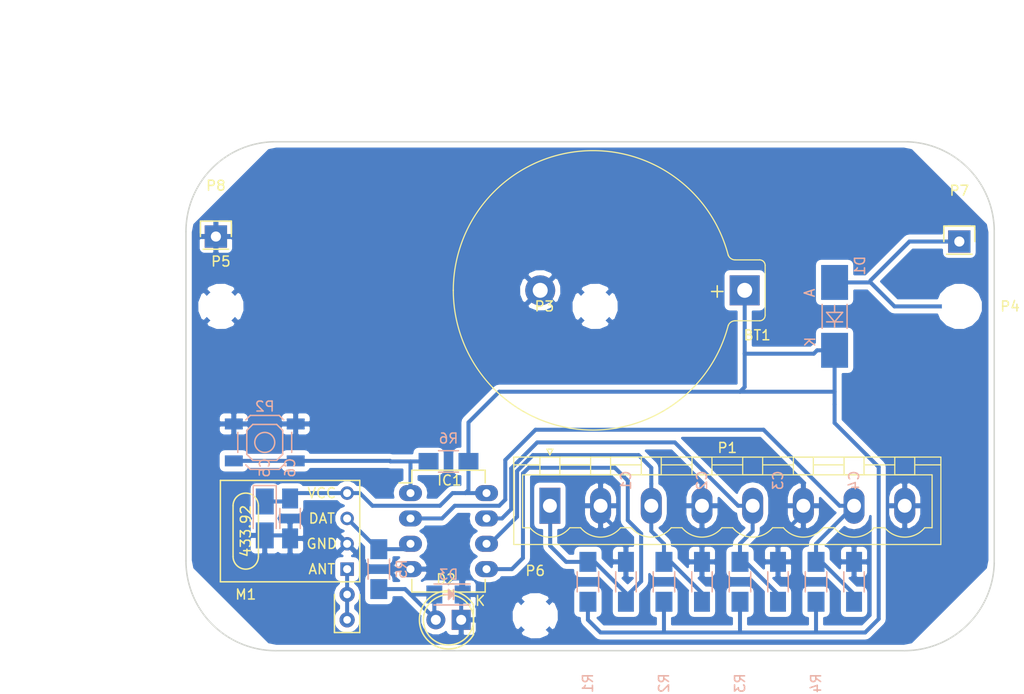
<source format=kicad_pcb>
(kicad_pcb (version 4) (host pcbnew 4.0.5+dfsg1-4)

  (general
    (links 53)
    (no_connects 0)
    (area 40.924999 120.924999 122.075001 172.075001)
    (thickness 1.6)
    (drawings 30)
    (tracks 152)
    (zones 0)
    (modules 26)
    (nets 12)
  )

  (page A4)
  (layers
    (0 F.Cu signal)
    (31 B.Cu signal)
    (32 B.Adhes user)
    (33 F.Adhes user)
    (34 B.Paste user)
    (35 F.Paste user)
    (36 B.SilkS user)
    (37 F.SilkS user)
    (38 B.Mask user)
    (39 F.Mask user)
    (40 Dwgs.User user)
    (41 Cmts.User user)
    (42 Eco1.User user)
    (43 Eco2.User user)
    (44 Edge.Cuts user)
    (45 Margin user)
    (46 B.CrtYd user)
    (47 F.CrtYd user)
    (48 B.Fab user)
    (49 F.Fab user)
  )

  (setup
    (last_trace_width 0.4)
    (trace_clearance 0.19)
    (zone_clearance 0.508)
    (zone_45_only no)
    (trace_min 0.2)
    (segment_width 0.2)
    (edge_width 0.15)
    (via_size 0.6)
    (via_drill 0.4)
    (via_min_size 0.4)
    (via_min_drill 0.3)
    (uvia_size 0.3)
    (uvia_drill 0.1)
    (uvias_allowed no)
    (uvia_min_size 0.2)
    (uvia_min_drill 0.1)
    (pcb_text_width 0.3)
    (pcb_text_size 1.5 1.5)
    (mod_edge_width 0.15)
    (mod_text_size 1 1)
    (mod_text_width 0.15)
    (pad_size 1.524 1.524)
    (pad_drill 0.762)
    (pad_to_mask_clearance 0.2)
    (aux_axis_origin 0 0)
    (visible_elements FFFFFF7F)
    (pcbplotparams
      (layerselection 0x00030_80000001)
      (usegerberextensions false)
      (excludeedgelayer true)
      (linewidth 0.100000)
      (plotframeref false)
      (viasonmask false)
      (mode 1)
      (useauxorigin false)
      (hpglpennumber 1)
      (hpglpenspeed 20)
      (hpglpendiameter 15)
      (hpglpenoverlay 2)
      (psnegative false)
      (psa4output false)
      (plotreference true)
      (plotvalue true)
      (plotinvisibletext false)
      (padsonsilk false)
      (subtractmaskfromsilk false)
      (outputformat 1)
      (mirror false)
      (drillshape 0)
      (scaleselection 1)
      (outputdirectory ""))
  )

  (net 0 "")
  (net 1 GND)
  (net 2 /IN0)
  (net 3 /IN1)
  (net 4 /IN2)
  (net 5 /IN3)
  (net 6 +3V3)
  (net 7 /LED)
  (net 8 /OUT)
  (net 9 /RESETn)
  (net 10 /ANT)
  (net 11 /VBAT)

  (net_class Default "This is the default net class."
    (clearance 0.19)
    (trace_width 0.4)
    (via_dia 0.6)
    (via_drill 0.4)
    (uvia_dia 0.3)
    (uvia_drill 0.1)
    (add_net +3V3)
    (add_net /ANT)
    (add_net /IN0)
    (add_net /IN1)
    (add_net /IN2)
    (add_net /IN3)
    (add_net /LED)
    (add_net /OUT)
    (add_net /RESETn)
    (add_net /VBAT)
    (add_net GND)
  )

  (module Connectors_Phoenix:PhoenixContact_MSTBVA-G_08x5.08mm_Vertical (layer F.Cu) (tedit 58AC498B) (tstamp 59106882)
    (at 77.47 157.48)
    (descr "Generic Phoenix Contact connector footprint for series: MSTBVA-G; number of pins: 08; pin pitch: 5.08mm; Vertical || order number: 1755794 12A || order number: 1924363 16A (HC)")
    (tags "phoenix_contact connector MSTBVA_01x08_G_5.08mm")
    (path /59103860)
    (fp_text reference P1 (at 17.78 -5.8) (layer F.SilkS)
      (effects (font (size 1 1) (thickness 0.15)))
    )
    (fp_text value CONN_01X08 (at 17.78 4.8) (layer F.Fab)
      (effects (font (size 1 1) (thickness 0.15)))
    )
    (fp_arc (start 0 0.55) (end -2 2.2) (angle -100.5) (layer F.SilkS) (width 0.12))
    (fp_arc (start 5.08 0.55) (end 3.08 2.2) (angle -100.5) (layer F.SilkS) (width 0.12))
    (fp_arc (start 10.16 0.55) (end 8.16 2.2) (angle -100.5) (layer F.SilkS) (width 0.12))
    (fp_arc (start 15.24 0.55) (end 13.24 2.2) (angle -100.5) (layer F.SilkS) (width 0.12))
    (fp_arc (start 20.32 0.55) (end 18.32 2.2) (angle -100.5) (layer F.SilkS) (width 0.12))
    (fp_arc (start 25.4 0.55) (end 23.4 2.2) (angle -100.5) (layer F.SilkS) (width 0.12))
    (fp_arc (start 30.48 0.55) (end 28.48 2.2) (angle -100.5) (layer F.SilkS) (width 0.12))
    (fp_arc (start 35.56 0.55) (end 33.56 2.2) (angle -100.5) (layer F.SilkS) (width 0.12))
    (fp_line (start -3.62 -4.88) (end -3.62 3.88) (layer F.SilkS) (width 0.12))
    (fp_line (start -3.62 3.88) (end 39.18 3.88) (layer F.SilkS) (width 0.12))
    (fp_line (start 39.18 3.88) (end 39.18 -4.88) (layer F.SilkS) (width 0.12))
    (fp_line (start 39.18 -4.88) (end -3.62 -4.88) (layer F.SilkS) (width 0.12))
    (fp_line (start -3.54 -4.8) (end -3.54 3.8) (layer F.Fab) (width 0.1))
    (fp_line (start -3.54 3.8) (end 39.1 3.8) (layer F.Fab) (width 0.1))
    (fp_line (start 39.1 3.8) (end 39.1 -4.8) (layer F.Fab) (width 0.1))
    (fp_line (start 39.1 -4.8) (end -3.54 -4.8) (layer F.Fab) (width 0.1))
    (fp_line (start -3.62 -4.1) (end -1.08 -4.1) (layer F.SilkS) (width 0.12))
    (fp_line (start 39.18 -4.1) (end 36.64 -4.1) (layer F.SilkS) (width 0.12))
    (fp_line (start 1 -4.1) (end 4.08 -4.1) (layer F.SilkS) (width 0.12))
    (fp_line (start 6.08 -4.1) (end 9.16 -4.1) (layer F.SilkS) (width 0.12))
    (fp_line (start 11.16 -4.1) (end 14.24 -4.1) (layer F.SilkS) (width 0.12))
    (fp_line (start 16.24 -4.1) (end 19.32 -4.1) (layer F.SilkS) (width 0.12))
    (fp_line (start 21.32 -4.1) (end 24.4 -4.1) (layer F.SilkS) (width 0.12))
    (fp_line (start 26.4 -4.1) (end 29.48 -4.1) (layer F.SilkS) (width 0.12))
    (fp_line (start 31.48 -4.1) (end 34.56 -4.1) (layer F.SilkS) (width 0.12))
    (fp_line (start -1 -3.1) (end -1 -4.88) (layer F.SilkS) (width 0.12))
    (fp_line (start -1 -4.88) (end 1 -4.88) (layer F.SilkS) (width 0.12))
    (fp_line (start 1 -4.88) (end 1 -3.1) (layer F.SilkS) (width 0.12))
    (fp_line (start 1 -3.1) (end -1 -3.1) (layer F.SilkS) (width 0.12))
    (fp_line (start 4.08 -3.1) (end 4.08 -4.88) (layer F.SilkS) (width 0.12))
    (fp_line (start 4.08 -4.88) (end 6.08 -4.88) (layer F.SilkS) (width 0.12))
    (fp_line (start 6.08 -4.88) (end 6.08 -3.1) (layer F.SilkS) (width 0.12))
    (fp_line (start 6.08 -3.1) (end 4.08 -3.1) (layer F.SilkS) (width 0.12))
    (fp_line (start 9.16 -3.1) (end 9.16 -4.88) (layer F.SilkS) (width 0.12))
    (fp_line (start 9.16 -4.88) (end 11.16 -4.88) (layer F.SilkS) (width 0.12))
    (fp_line (start 11.16 -4.88) (end 11.16 -3.1) (layer F.SilkS) (width 0.12))
    (fp_line (start 11.16 -3.1) (end 9.16 -3.1) (layer F.SilkS) (width 0.12))
    (fp_line (start 14.24 -3.1) (end 14.24 -4.88) (layer F.SilkS) (width 0.12))
    (fp_line (start 14.24 -4.88) (end 16.24 -4.88) (layer F.SilkS) (width 0.12))
    (fp_line (start 16.24 -4.88) (end 16.24 -3.1) (layer F.SilkS) (width 0.12))
    (fp_line (start 16.24 -3.1) (end 14.24 -3.1) (layer F.SilkS) (width 0.12))
    (fp_line (start 19.32 -3.1) (end 19.32 -4.88) (layer F.SilkS) (width 0.12))
    (fp_line (start 19.32 -4.88) (end 21.32 -4.88) (layer F.SilkS) (width 0.12))
    (fp_line (start 21.32 -4.88) (end 21.32 -3.1) (layer F.SilkS) (width 0.12))
    (fp_line (start 21.32 -3.1) (end 19.32 -3.1) (layer F.SilkS) (width 0.12))
    (fp_line (start 24.4 -3.1) (end 24.4 -4.88) (layer F.SilkS) (width 0.12))
    (fp_line (start 24.4 -4.88) (end 26.4 -4.88) (layer F.SilkS) (width 0.12))
    (fp_line (start 26.4 -4.88) (end 26.4 -3.1) (layer F.SilkS) (width 0.12))
    (fp_line (start 26.4 -3.1) (end 24.4 -3.1) (layer F.SilkS) (width 0.12))
    (fp_line (start 29.48 -3.1) (end 29.48 -4.88) (layer F.SilkS) (width 0.12))
    (fp_line (start 29.48 -4.88) (end 31.48 -4.88) (layer F.SilkS) (width 0.12))
    (fp_line (start 31.48 -4.88) (end 31.48 -3.1) (layer F.SilkS) (width 0.12))
    (fp_line (start 31.48 -3.1) (end 29.48 -3.1) (layer F.SilkS) (width 0.12))
    (fp_line (start 34.56 -3.1) (end 34.56 -4.88) (layer F.SilkS) (width 0.12))
    (fp_line (start 34.56 -4.88) (end 36.56 -4.88) (layer F.SilkS) (width 0.12))
    (fp_line (start 36.56 -4.88) (end 36.56 -3.1) (layer F.SilkS) (width 0.12))
    (fp_line (start 36.56 -3.1) (end 34.56 -3.1) (layer F.SilkS) (width 0.12))
    (fp_line (start 2 2.2) (end 3.08 2.2) (layer F.SilkS) (width 0.12))
    (fp_line (start 7.08 2.2) (end 8.16 2.2) (layer F.SilkS) (width 0.12))
    (fp_line (start 12.16 2.2) (end 13.24 2.2) (layer F.SilkS) (width 0.12))
    (fp_line (start 17.24 2.2) (end 18.32 2.2) (layer F.SilkS) (width 0.12))
    (fp_line (start 22.32 2.2) (end 23.4 2.2) (layer F.SilkS) (width 0.12))
    (fp_line (start 27.4 2.2) (end 28.48 2.2) (layer F.SilkS) (width 0.12))
    (fp_line (start 32.48 2.2) (end 33.56 2.2) (layer F.SilkS) (width 0.12))
    (fp_line (start -2 2.2) (end -2.74 2.2) (layer F.SilkS) (width 0.12))
    (fp_line (start -2.74 2.2) (end -2.74 -3.1) (layer F.SilkS) (width 0.12))
    (fp_line (start -2.74 -3.1) (end 38.3 -3.1) (layer F.SilkS) (width 0.12))
    (fp_line (start 38.3 -3.1) (end 38.3 2.2) (layer F.SilkS) (width 0.12))
    (fp_line (start 38.3 2.2) (end 37.56 2.2) (layer F.SilkS) (width 0.12))
    (fp_line (start -4.04 -5.3) (end -4.04 4.3) (layer F.CrtYd) (width 0.05))
    (fp_line (start -4.04 4.3) (end 39.6 4.3) (layer F.CrtYd) (width 0.05))
    (fp_line (start 39.6 4.3) (end 39.6 -5.3) (layer F.CrtYd) (width 0.05))
    (fp_line (start 39.6 -5.3) (end -4.04 -5.3) (layer F.CrtYd) (width 0.05))
    (fp_line (start 0.3 -5.68) (end 0 -5.08) (layer F.SilkS) (width 0.12))
    (fp_line (start 0 -5.08) (end -0.3 -5.68) (layer F.SilkS) (width 0.12))
    (fp_line (start -0.3 -5.68) (end 0.3 -5.68) (layer F.SilkS) (width 0.12))
    (fp_line (start 0.5 -3.55) (end 0 -2.55) (layer F.Fab) (width 0.1))
    (fp_line (start 0 -2.55) (end -0.5 -3.55) (layer F.Fab) (width 0.1))
    (fp_line (start -0.5 -3.55) (end 0.5 -3.55) (layer F.Fab) (width 0.1))
    (fp_text user %R (at 17.78 -3) (layer F.Fab)
      (effects (font (size 1 1) (thickness 0.15)))
    )
    (pad 1 thru_hole rect (at 0 0) (size 2.1 3.6) (drill 1.4) (layers *.Cu *.Mask)
      (net 2 /IN0))
    (pad 2 thru_hole oval (at 5.08 0) (size 2.1 3.6) (drill 1.4) (layers *.Cu *.Mask)
      (net 1 GND))
    (pad 3 thru_hole oval (at 10.16 0) (size 2.1 3.6) (drill 1.4) (layers *.Cu *.Mask)
      (net 3 /IN1))
    (pad 4 thru_hole oval (at 15.24 0) (size 2.1 3.6) (drill 1.4) (layers *.Cu *.Mask)
      (net 1 GND))
    (pad 5 thru_hole oval (at 20.32 0) (size 2.1 3.6) (drill 1.4) (layers *.Cu *.Mask)
      (net 4 /IN2))
    (pad 6 thru_hole oval (at 25.4 0) (size 2.1 3.6) (drill 1.4) (layers *.Cu *.Mask)
      (net 1 GND))
    (pad 7 thru_hole oval (at 30.48 0) (size 2.1 3.6) (drill 1.4) (layers *.Cu *.Mask)
      (net 5 /IN3))
    (pad 8 thru_hole oval (at 35.56 0) (size 2.1 3.6) (drill 1.4) (layers *.Cu *.Mask)
      (net 1 GND))
    (model Connectors_Phoenix.3dshapes/PhoenixContact_MSTBVA-G_08x5.08mm_Vertical.wrl
      (at (xyz 0 0 0))
      (scale (xyz 1 1 1))
      (rotate (xyz 0 0 0))
    )
  )

  (module Resistors_SMD:R_1206_HandSoldering (layer B.Cu) (tedit 58307C0D) (tstamp 59103776)
    (at 81.28 165.1 90)
    (descr "Resistor SMD 1206, hand soldering")
    (tags "resistor 1206")
    (path /59104329)
    (attr smd)
    (fp_text reference R1 (at -10.16 0 90) (layer B.SilkS)
      (effects (font (size 1 1) (thickness 0.15)) (justify mirror))
    )
    (fp_text value 1M (at -5.08 0 90) (layer B.Fab)
      (effects (font (size 1 1) (thickness 0.15)) (justify mirror))
    )
    (fp_line (start -1.6 -0.8) (end -1.6 0.8) (layer B.Fab) (width 0.1))
    (fp_line (start 1.6 -0.8) (end -1.6 -0.8) (layer B.Fab) (width 0.1))
    (fp_line (start 1.6 0.8) (end 1.6 -0.8) (layer B.Fab) (width 0.1))
    (fp_line (start -1.6 0.8) (end 1.6 0.8) (layer B.Fab) (width 0.1))
    (fp_line (start -3.3 1.2) (end 3.3 1.2) (layer B.CrtYd) (width 0.05))
    (fp_line (start -3.3 -1.2) (end 3.3 -1.2) (layer B.CrtYd) (width 0.05))
    (fp_line (start -3.3 1.2) (end -3.3 -1.2) (layer B.CrtYd) (width 0.05))
    (fp_line (start 3.3 1.2) (end 3.3 -1.2) (layer B.CrtYd) (width 0.05))
    (fp_line (start 1 -1.075) (end -1 -1.075) (layer B.SilkS) (width 0.15))
    (fp_line (start -1 1.075) (end 1 1.075) (layer B.SilkS) (width 0.15))
    (pad 1 smd rect (at -2 0 90) (size 2 1.7) (layers B.Cu B.Paste B.Mask)
      (net 6 +3V3))
    (pad 2 smd rect (at 2 0 90) (size 2 1.7) (layers B.Cu B.Paste B.Mask)
      (net 2 /IN0))
    (model Resistors_SMD.3dshapes/R_1206_HandSoldering.wrl
      (at (xyz 0 0 0))
      (scale (xyz 1 1 1))
      (rotate (xyz 0 0 0))
    )
  )

  (module Resistors_SMD:R_1206_HandSoldering (layer B.Cu) (tedit 58307C0D) (tstamp 5910377C)
    (at 88.9 165.1 90)
    (descr "Resistor SMD 1206, hand soldering")
    (tags "resistor 1206")
    (path /59104EA6)
    (attr smd)
    (fp_text reference R2 (at -10.16 0 90) (layer B.SilkS)
      (effects (font (size 1 1) (thickness 0.15)) (justify mirror))
    )
    (fp_text value 1M (at -5.08 0 90) (layer B.Fab)
      (effects (font (size 1 1) (thickness 0.15)) (justify mirror))
    )
    (fp_line (start -1.6 -0.8) (end -1.6 0.8) (layer B.Fab) (width 0.1))
    (fp_line (start 1.6 -0.8) (end -1.6 -0.8) (layer B.Fab) (width 0.1))
    (fp_line (start 1.6 0.8) (end 1.6 -0.8) (layer B.Fab) (width 0.1))
    (fp_line (start -1.6 0.8) (end 1.6 0.8) (layer B.Fab) (width 0.1))
    (fp_line (start -3.3 1.2) (end 3.3 1.2) (layer B.CrtYd) (width 0.05))
    (fp_line (start -3.3 -1.2) (end 3.3 -1.2) (layer B.CrtYd) (width 0.05))
    (fp_line (start -3.3 1.2) (end -3.3 -1.2) (layer B.CrtYd) (width 0.05))
    (fp_line (start 3.3 1.2) (end 3.3 -1.2) (layer B.CrtYd) (width 0.05))
    (fp_line (start 1 -1.075) (end -1 -1.075) (layer B.SilkS) (width 0.15))
    (fp_line (start -1 1.075) (end 1 1.075) (layer B.SilkS) (width 0.15))
    (pad 1 smd rect (at -2 0 90) (size 2 1.7) (layers B.Cu B.Paste B.Mask)
      (net 6 +3V3))
    (pad 2 smd rect (at 2 0 90) (size 2 1.7) (layers B.Cu B.Paste B.Mask)
      (net 3 /IN1))
    (model Resistors_SMD.3dshapes/R_1206_HandSoldering.wrl
      (at (xyz 0 0 0))
      (scale (xyz 1 1 1))
      (rotate (xyz 0 0 0))
    )
  )

  (module Housings_DIP:DIP-8_W7.62mm_LongPads (layer F.Cu) (tedit 54130A77) (tstamp 59102820)
    (at 63.5 156.21)
    (descr "8-lead dip package, row spacing 7.62 mm (300 mils), longer pads")
    (tags "dil dip 2.54 300")
    (path /591027B2)
    (fp_text reference IC1 (at 3.8989 -1.27) (layer F.SilkS)
      (effects (font (size 1 1) (thickness 0.15)))
    )
    (fp_text value ATTINY85V-P (at 3.8989 3.81 90) (layer F.Fab)
      (effects (font (size 1 1) (thickness 0.15)))
    )
    (fp_line (start -1.4 -2.45) (end -1.4 10.1) (layer F.CrtYd) (width 0.05))
    (fp_line (start 9 -2.45) (end 9 10.1) (layer F.CrtYd) (width 0.05))
    (fp_line (start -1.4 -2.45) (end 9 -2.45) (layer F.CrtYd) (width 0.05))
    (fp_line (start -1.4 10.1) (end 9 10.1) (layer F.CrtYd) (width 0.05))
    (fp_line (start 0.135 -2.295) (end 0.135 -1.025) (layer F.SilkS) (width 0.15))
    (fp_line (start 7.485 -2.295) (end 7.485 -1.025) (layer F.SilkS) (width 0.15))
    (fp_line (start 7.485 9.915) (end 7.485 8.645) (layer F.SilkS) (width 0.15))
    (fp_line (start 0.135 9.915) (end 0.135 8.645) (layer F.SilkS) (width 0.15))
    (fp_line (start 0.135 -2.295) (end 7.485 -2.295) (layer F.SilkS) (width 0.15))
    (fp_line (start 0.135 9.915) (end 7.485 9.915) (layer F.SilkS) (width 0.15))
    (fp_line (start 0.135 -1.025) (end -1.15 -1.025) (layer F.SilkS) (width 0.15))
    (pad 1 thru_hole oval (at 0 0) (size 2.3 1.6) (drill 0.8) (layers *.Cu *.Mask)
      (net 9 /RESETn))
    (pad 2 thru_hole oval (at 0 2.54) (size 2.3 1.6) (drill 0.8) (layers *.Cu *.Mask)
      (net 5 /IN3))
    (pad 3 thru_hole oval (at 0 5.08) (size 2.3 1.6) (drill 0.8) (layers *.Cu *.Mask)
      (net 8 /OUT))
    (pad 4 thru_hole oval (at 0 7.62) (size 2.3 1.6) (drill 0.8) (layers *.Cu *.Mask)
      (net 1 GND))
    (pad 5 thru_hole oval (at 7.62 7.62) (size 2.3 1.6) (drill 0.8) (layers *.Cu *.Mask)
      (net 2 /IN0))
    (pad 6 thru_hole oval (at 7.62 5.08) (size 2.3 1.6) (drill 0.8) (layers *.Cu *.Mask)
      (net 3 /IN1))
    (pad 7 thru_hole oval (at 7.62 2.54) (size 2.3 1.6) (drill 0.8) (layers *.Cu *.Mask)
      (net 4 /IN2))
    (pad 8 thru_hole oval (at 7.62 0) (size 2.3 1.6) (drill 0.8) (layers *.Cu *.Mask)
      (net 6 +3V3))
    (model Housings_DIP.3dshapes/DIP-8_W7.62mm_LongPads.wrl
      (at (xyz 0 0 0))
      (scale (xyz 1 1 1))
      (rotate (xyz 0 0 0))
    )
  )

  (module Capacitors_SMD:C_1206_HandSoldering (layer B.Cu) (tedit 541A9C03) (tstamp 59103732)
    (at 85.09 165.1 90)
    (descr "Capacitor SMD 1206, hand soldering")
    (tags "capacitor 1206")
    (path /59104456)
    (attr smd)
    (fp_text reference C1 (at 10.16 0 90) (layer B.SilkS)
      (effects (font (size 1 1) (thickness 0.15)) (justify mirror))
    )
    (fp_text value 100nF (at -6.35 0 90) (layer B.Fab)
      (effects (font (size 1 1) (thickness 0.15)) (justify mirror))
    )
    (fp_line (start -1.6 -0.8) (end -1.6 0.8) (layer B.Fab) (width 0.15))
    (fp_line (start 1.6 -0.8) (end -1.6 -0.8) (layer B.Fab) (width 0.15))
    (fp_line (start 1.6 0.8) (end 1.6 -0.8) (layer B.Fab) (width 0.15))
    (fp_line (start -1.6 0.8) (end 1.6 0.8) (layer B.Fab) (width 0.15))
    (fp_line (start -3.3 1.15) (end 3.3 1.15) (layer B.CrtYd) (width 0.05))
    (fp_line (start -3.3 -1.15) (end 3.3 -1.15) (layer B.CrtYd) (width 0.05))
    (fp_line (start -3.3 1.15) (end -3.3 -1.15) (layer B.CrtYd) (width 0.05))
    (fp_line (start 3.3 1.15) (end 3.3 -1.15) (layer B.CrtYd) (width 0.05))
    (fp_line (start 1 1.025) (end -1 1.025) (layer B.SilkS) (width 0.15))
    (fp_line (start -1 -1.025) (end 1 -1.025) (layer B.SilkS) (width 0.15))
    (pad 1 smd rect (at -2 0 90) (size 2 1.6) (layers B.Cu B.Paste B.Mask)
      (net 2 /IN0))
    (pad 2 smd rect (at 2 0 90) (size 2 1.6) (layers B.Cu B.Paste B.Mask)
      (net 1 GND))
    (model Capacitors_SMD.3dshapes/C_1206_HandSoldering.wrl
      (at (xyz 0 0 0))
      (scale (xyz 1 1 1))
      (rotate (xyz 0 0 0))
    )
  )

  (module Capacitors_SMD:C_1206_HandSoldering (layer B.Cu) (tedit 541A9C03) (tstamp 59103738)
    (at 92.71 165.1 90)
    (descr "Capacitor SMD 1206, hand soldering")
    (tags "capacitor 1206")
    (path /59104EAD)
    (attr smd)
    (fp_text reference C2 (at 10.16 0 90) (layer B.SilkS)
      (effects (font (size 1 1) (thickness 0.15)) (justify mirror))
    )
    (fp_text value 100nF (at 6.35 0 90) (layer B.Fab)
      (effects (font (size 1 1) (thickness 0.15)) (justify mirror))
    )
    (fp_line (start -1.6 -0.8) (end -1.6 0.8) (layer B.Fab) (width 0.15))
    (fp_line (start 1.6 -0.8) (end -1.6 -0.8) (layer B.Fab) (width 0.15))
    (fp_line (start 1.6 0.8) (end 1.6 -0.8) (layer B.Fab) (width 0.15))
    (fp_line (start -1.6 0.8) (end 1.6 0.8) (layer B.Fab) (width 0.15))
    (fp_line (start -3.3 1.15) (end 3.3 1.15) (layer B.CrtYd) (width 0.05))
    (fp_line (start -3.3 -1.15) (end 3.3 -1.15) (layer B.CrtYd) (width 0.05))
    (fp_line (start -3.3 1.15) (end -3.3 -1.15) (layer B.CrtYd) (width 0.05))
    (fp_line (start 3.3 1.15) (end 3.3 -1.15) (layer B.CrtYd) (width 0.05))
    (fp_line (start 1 1.025) (end -1 1.025) (layer B.SilkS) (width 0.15))
    (fp_line (start -1 -1.025) (end 1 -1.025) (layer B.SilkS) (width 0.15))
    (pad 1 smd rect (at -2 0 90) (size 2 1.6) (layers B.Cu B.Paste B.Mask)
      (net 3 /IN1))
    (pad 2 smd rect (at 2 0 90) (size 2 1.6) (layers B.Cu B.Paste B.Mask)
      (net 1 GND))
    (model Capacitors_SMD.3dshapes/C_1206_HandSoldering.wrl
      (at (xyz 0 0 0))
      (scale (xyz 1 1 1))
      (rotate (xyz 0 0 0))
    )
  )

  (module Capacitors_SMD:C_1206_HandSoldering (layer B.Cu) (tedit 541A9C03) (tstamp 5910373E)
    (at 100.33 165.1 90)
    (descr "Capacitor SMD 1206, hand soldering")
    (tags "capacitor 1206")
    (path /59105023)
    (attr smd)
    (fp_text reference C3 (at 10.16 0 90) (layer B.SilkS)
      (effects (font (size 1 1) (thickness 0.15)) (justify mirror))
    )
    (fp_text value 100nF (at -6.35 0 90) (layer B.Fab)
      (effects (font (size 1 1) (thickness 0.15)) (justify mirror))
    )
    (fp_line (start -1.6 -0.8) (end -1.6 0.8) (layer B.Fab) (width 0.15))
    (fp_line (start 1.6 -0.8) (end -1.6 -0.8) (layer B.Fab) (width 0.15))
    (fp_line (start 1.6 0.8) (end 1.6 -0.8) (layer B.Fab) (width 0.15))
    (fp_line (start -1.6 0.8) (end 1.6 0.8) (layer B.Fab) (width 0.15))
    (fp_line (start -3.3 1.15) (end 3.3 1.15) (layer B.CrtYd) (width 0.05))
    (fp_line (start -3.3 -1.15) (end 3.3 -1.15) (layer B.CrtYd) (width 0.05))
    (fp_line (start -3.3 1.15) (end -3.3 -1.15) (layer B.CrtYd) (width 0.05))
    (fp_line (start 3.3 1.15) (end 3.3 -1.15) (layer B.CrtYd) (width 0.05))
    (fp_line (start 1 1.025) (end -1 1.025) (layer B.SilkS) (width 0.15))
    (fp_line (start -1 -1.025) (end 1 -1.025) (layer B.SilkS) (width 0.15))
    (pad 1 smd rect (at -2 0 90) (size 2 1.6) (layers B.Cu B.Paste B.Mask)
      (net 4 /IN2))
    (pad 2 smd rect (at 2 0 90) (size 2 1.6) (layers B.Cu B.Paste B.Mask)
      (net 1 GND))
    (model Capacitors_SMD.3dshapes/C_1206_HandSoldering.wrl
      (at (xyz 0 0 0))
      (scale (xyz 1 1 1))
      (rotate (xyz 0 0 0))
    )
  )

  (module Capacitors_SMD:C_1206_HandSoldering (layer B.Cu) (tedit 541A9C03) (tstamp 59103744)
    (at 107.95 165.1 90)
    (descr "Capacitor SMD 1206, hand soldering")
    (tags "capacitor 1206")
    (path /5910503F)
    (attr smd)
    (fp_text reference C4 (at 10.16 0 90) (layer B.SilkS)
      (effects (font (size 1 1) (thickness 0.15)) (justify mirror))
    )
    (fp_text value 100nF (at -6.35 0 90) (layer B.Fab)
      (effects (font (size 1 1) (thickness 0.15)) (justify mirror))
    )
    (fp_line (start -1.6 -0.8) (end -1.6 0.8) (layer B.Fab) (width 0.15))
    (fp_line (start 1.6 -0.8) (end -1.6 -0.8) (layer B.Fab) (width 0.15))
    (fp_line (start 1.6 0.8) (end 1.6 -0.8) (layer B.Fab) (width 0.15))
    (fp_line (start -1.6 0.8) (end 1.6 0.8) (layer B.Fab) (width 0.15))
    (fp_line (start -3.3 1.15) (end 3.3 1.15) (layer B.CrtYd) (width 0.05))
    (fp_line (start -3.3 -1.15) (end 3.3 -1.15) (layer B.CrtYd) (width 0.05))
    (fp_line (start -3.3 1.15) (end -3.3 -1.15) (layer B.CrtYd) (width 0.05))
    (fp_line (start 3.3 1.15) (end 3.3 -1.15) (layer B.CrtYd) (width 0.05))
    (fp_line (start 1 1.025) (end -1 1.025) (layer B.SilkS) (width 0.15))
    (fp_line (start -1 -1.025) (end 1 -1.025) (layer B.SilkS) (width 0.15))
    (pad 1 smd rect (at -2 0 90) (size 2 1.6) (layers B.Cu B.Paste B.Mask)
      (net 5 /IN3))
    (pad 2 smd rect (at 2 0 90) (size 2 1.6) (layers B.Cu B.Paste B.Mask)
      (net 1 GND))
    (model Capacitors_SMD.3dshapes/C_1206_HandSoldering.wrl
      (at (xyz 0 0 0))
      (scale (xyz 1 1 1))
      (rotate (xyz 0 0 0))
    )
  )

  (module Capacitors_Tantalum_SMD:Tantalum_Case-R_EIA-2012-12_Hand (layer B.Cu) (tedit 57B6E980) (tstamp 5910374A)
    (at 48.895 158.75 270)
    (descr "Tantalum capacitor, Case R, EIA 2012-12, 2.0x1.3x1.2mm, Hand soldering footprint")
    (tags "capacitor tantalum smd")
    (path /5910488C)
    (attr smd)
    (fp_text reference C5 (at -5.08 0 270) (layer B.SilkS)
      (effects (font (size 1 1) (thickness 0.15)) (justify mirror))
    )
    (fp_text value 4.7uF (at 6.35 0 270) (layer B.Fab)
      (effects (font (size 1 1) (thickness 0.15)) (justify mirror))
    )
    (fp_line (start -3.4 1.3) (end -3.4 -1.3) (layer B.CrtYd) (width 0.05))
    (fp_line (start -3.4 -1.3) (end 3.4 -1.3) (layer B.CrtYd) (width 0.05))
    (fp_line (start 3.4 -1.3) (end 3.4 1.3) (layer B.CrtYd) (width 0.05))
    (fp_line (start 3.4 1.3) (end -3.4 1.3) (layer B.CrtYd) (width 0.05))
    (fp_line (start -1 0.65) (end -1 -0.65) (layer B.Fab) (width 0.15))
    (fp_line (start -1 -0.65) (end 1 -0.65) (layer B.Fab) (width 0.15))
    (fp_line (start 1 -0.65) (end 1 0.65) (layer B.Fab) (width 0.15))
    (fp_line (start 1 0.65) (end -1 0.65) (layer B.Fab) (width 0.15))
    (fp_line (start -0.8 0.65) (end -0.8 -0.65) (layer B.Fab) (width 0.15))
    (fp_line (start -0.7 0.65) (end -0.7 -0.65) (layer B.Fab) (width 0.15))
    (fp_line (start -3.3 1.15) (end 1 1.15) (layer B.SilkS) (width 0.15))
    (fp_line (start -3.3 -1.15) (end 1 -1.15) (layer B.SilkS) (width 0.15))
    (fp_line (start -3.3 1.15) (end -3.3 -1.15) (layer B.SilkS) (width 0.15))
    (pad 1 smd rect (at -1.7 0 270) (size 2.6 1.8) (layers B.Cu B.Paste B.Mask)
      (net 6 +3V3))
    (pad 2 smd rect (at 1.7 0 270) (size 2.6 1.8) (layers B.Cu B.Paste B.Mask)
      (net 1 GND))
    (model Capacitors_Tantalum_SMD.3dshapes/Tantalum_Case-R_EIA-2012-12.wrl
      (at (xyz 0 0 0))
      (scale (xyz 1 1 1))
      (rotate (xyz 0 0 0))
    )
  )

  (module Capacitors_SMD:C_1206_HandSoldering (layer B.Cu) (tedit 541A9C03) (tstamp 59103750)
    (at 51.435 158.75 270)
    (descr "Capacitor SMD 1206, hand soldering")
    (tags "capacitor 1206")
    (path /59108977)
    (attr smd)
    (fp_text reference C6 (at -5.08 0 270) (layer B.SilkS)
      (effects (font (size 1 1) (thickness 0.15)) (justify mirror))
    )
    (fp_text value 100nF (at 6.35 0 270) (layer B.Fab)
      (effects (font (size 1 1) (thickness 0.15)) (justify mirror))
    )
    (fp_line (start -1.6 -0.8) (end -1.6 0.8) (layer B.Fab) (width 0.15))
    (fp_line (start 1.6 -0.8) (end -1.6 -0.8) (layer B.Fab) (width 0.15))
    (fp_line (start 1.6 0.8) (end 1.6 -0.8) (layer B.Fab) (width 0.15))
    (fp_line (start -1.6 0.8) (end 1.6 0.8) (layer B.Fab) (width 0.15))
    (fp_line (start -3.3 1.15) (end 3.3 1.15) (layer B.CrtYd) (width 0.05))
    (fp_line (start -3.3 -1.15) (end 3.3 -1.15) (layer B.CrtYd) (width 0.05))
    (fp_line (start -3.3 1.15) (end -3.3 -1.15) (layer B.CrtYd) (width 0.05))
    (fp_line (start 3.3 1.15) (end 3.3 -1.15) (layer B.CrtYd) (width 0.05))
    (fp_line (start 1 1.025) (end -1 1.025) (layer B.SilkS) (width 0.15))
    (fp_line (start -1 -1.025) (end 1 -1.025) (layer B.SilkS) (width 0.15))
    (pad 1 smd rect (at -2 0 270) (size 2 1.6) (layers B.Cu B.Paste B.Mask)
      (net 6 +3V3))
    (pad 2 smd rect (at 2 0 270) (size 2 1.6) (layers B.Cu B.Paste B.Mask)
      (net 1 GND))
    (model Capacitors_SMD.3dshapes/C_1206_HandSoldering.wrl
      (at (xyz 0 0 0))
      (scale (xyz 1 1 1))
      (rotate (xyz 0 0 0))
    )
  )

  (module Diodes_SMD:MELF_Handsoldering (layer B.Cu) (tedit 552FE6B7) (tstamp 59103756)
    (at 106 138.5 90)
    (descr "Diode MELF Handsoldering")
    (tags "Diode MELF Handsoldering")
    (path /59102ADE)
    (attr smd)
    (fp_text reference D1 (at 5.08 2.54 90) (layer B.SilkS)
      (effects (font (size 1 1) (thickness 0.15)) (justify mirror))
    )
    (fp_text value 1N4148 (at 0 2.54 90) (layer B.Fab)
      (effects (font (size 1 1) (thickness 0.15)) (justify mirror))
    )
    (fp_line (start -5.4 1.6) (end 5.4 1.6) (layer B.CrtYd) (width 0.05))
    (fp_line (start 5.4 1.6) (end 5.4 -1.6) (layer B.CrtYd) (width 0.05))
    (fp_line (start 5.4 -1.6) (end -5.4 -1.6) (layer B.CrtYd) (width 0.05))
    (fp_line (start -5.4 -1.6) (end -5.4 1.6) (layer B.CrtYd) (width 0.05))
    (fp_line (start 0.39878 0) (end 1.09982 0) (layer B.SilkS) (width 0.15))
    (fp_line (start -0.55118 0) (end -1.09982 0) (layer B.SilkS) (width 0.15))
    (fp_line (start -0.55118 0) (end -0.55118 -0.8001) (layer B.SilkS) (width 0.15))
    (fp_line (start -0.55118 0) (end -0.55118 0.8001) (layer B.SilkS) (width 0.15))
    (fp_line (start -0.55118 0) (end 0.39878 0.8001) (layer B.SilkS) (width 0.15))
    (fp_line (start 0.39878 0.8001) (end 0.39878 -0.8001) (layer B.SilkS) (width 0.15))
    (fp_line (start 0.39878 -0.8001) (end -0.55118 0) (layer B.SilkS) (width 0.15))
    (fp_text user K (at -2.55 -2.45 90) (layer B.SilkS)
      (effects (font (size 1 1) (thickness 0.15)) (justify mirror))
    )
    (fp_text user A (at 2.35 -2.5 90) (layer B.SilkS)
      (effects (font (size 1 1) (thickness 0.15)) (justify mirror))
    )
    (fp_line (start -1.09982 1.24968) (end -1.19888 1.24968) (layer B.SilkS) (width 0.15))
    (fp_line (start -1.09982 -1.24968) (end -1.19888 -1.24968) (layer B.SilkS) (width 0.15))
    (fp_line (start 1.19888 1.24968) (end -1.15062 1.24968) (layer B.SilkS) (width 0.15))
    (fp_line (start 1.19888 -1.24968) (end -1.04902 -1.24968) (layer B.SilkS) (width 0.15))
    (pad 1 smd rect (at -3.40106 0 90) (size 3.50012 2.70002) (layers B.Cu B.Paste B.Mask)
      (net 6 +3V3))
    (pad 2 smd rect (at 3.40106 0 90) (size 3.50012 2.70002) (layers B.Cu B.Paste B.Mask)
      (net 11 /VBAT))
    (model Diodes_SMD.3dshapes/MELF_Handsoldering.wrl
      (at (xyz 0 0 0))
      (scale (xyz 0.3937 0.3937 0.3937))
      (rotate (xyz 0 0 180))
    )
  )

  (module Resistors_SMD:R_1206_HandSoldering (layer B.Cu) (tedit 58307C0D) (tstamp 59103782)
    (at 96.52 165.1 90)
    (descr "Resistor SMD 1206, hand soldering")
    (tags "resistor 1206")
    (path /5910501C)
    (attr smd)
    (fp_text reference R3 (at -10.16 0 90) (layer B.SilkS)
      (effects (font (size 1 1) (thickness 0.15)) (justify mirror))
    )
    (fp_text value 1M (at -5.08 0 90) (layer B.Fab)
      (effects (font (size 1 1) (thickness 0.15)) (justify mirror))
    )
    (fp_line (start -1.6 -0.8) (end -1.6 0.8) (layer B.Fab) (width 0.1))
    (fp_line (start 1.6 -0.8) (end -1.6 -0.8) (layer B.Fab) (width 0.1))
    (fp_line (start 1.6 0.8) (end 1.6 -0.8) (layer B.Fab) (width 0.1))
    (fp_line (start -1.6 0.8) (end 1.6 0.8) (layer B.Fab) (width 0.1))
    (fp_line (start -3.3 1.2) (end 3.3 1.2) (layer B.CrtYd) (width 0.05))
    (fp_line (start -3.3 -1.2) (end 3.3 -1.2) (layer B.CrtYd) (width 0.05))
    (fp_line (start -3.3 1.2) (end -3.3 -1.2) (layer B.CrtYd) (width 0.05))
    (fp_line (start 3.3 1.2) (end 3.3 -1.2) (layer B.CrtYd) (width 0.05))
    (fp_line (start 1 -1.075) (end -1 -1.075) (layer B.SilkS) (width 0.15))
    (fp_line (start -1 1.075) (end 1 1.075) (layer B.SilkS) (width 0.15))
    (pad 1 smd rect (at -2 0 90) (size 2 1.7) (layers B.Cu B.Paste B.Mask)
      (net 6 +3V3))
    (pad 2 smd rect (at 2 0 90) (size 2 1.7) (layers B.Cu B.Paste B.Mask)
      (net 4 /IN2))
    (model Resistors_SMD.3dshapes/R_1206_HandSoldering.wrl
      (at (xyz 0 0 0))
      (scale (xyz 1 1 1))
      (rotate (xyz 0 0 0))
    )
  )

  (module Resistors_SMD:R_1206_HandSoldering (layer B.Cu) (tedit 58307C0D) (tstamp 59103788)
    (at 104.14 165.1 90)
    (descr "Resistor SMD 1206, hand soldering")
    (tags "resistor 1206")
    (path /59105038)
    (attr smd)
    (fp_text reference R4 (at -10.16 0 90) (layer B.SilkS)
      (effects (font (size 1 1) (thickness 0.15)) (justify mirror))
    )
    (fp_text value 1M (at -5.08 0 90) (layer B.Fab)
      (effects (font (size 1 1) (thickness 0.15)) (justify mirror))
    )
    (fp_line (start -1.6 -0.8) (end -1.6 0.8) (layer B.Fab) (width 0.1))
    (fp_line (start 1.6 -0.8) (end -1.6 -0.8) (layer B.Fab) (width 0.1))
    (fp_line (start 1.6 0.8) (end 1.6 -0.8) (layer B.Fab) (width 0.1))
    (fp_line (start -1.6 0.8) (end 1.6 0.8) (layer B.Fab) (width 0.1))
    (fp_line (start -3.3 1.2) (end 3.3 1.2) (layer B.CrtYd) (width 0.05))
    (fp_line (start -3.3 -1.2) (end 3.3 -1.2) (layer B.CrtYd) (width 0.05))
    (fp_line (start -3.3 1.2) (end -3.3 -1.2) (layer B.CrtYd) (width 0.05))
    (fp_line (start 3.3 1.2) (end 3.3 -1.2) (layer B.CrtYd) (width 0.05))
    (fp_line (start 1 -1.075) (end -1 -1.075) (layer B.SilkS) (width 0.15))
    (fp_line (start -1 1.075) (end 1 1.075) (layer B.SilkS) (width 0.15))
    (pad 1 smd rect (at -2 0 90) (size 2 1.7) (layers B.Cu B.Paste B.Mask)
      (net 6 +3V3))
    (pad 2 smd rect (at 2 0 90) (size 2 1.7) (layers B.Cu B.Paste B.Mask)
      (net 5 /IN3))
    (model Resistors_SMD.3dshapes/R_1206_HandSoldering.wrl
      (at (xyz 0 0 0))
      (scale (xyz 1 1 1))
      (rotate (xyz 0 0 0))
    )
  )

  (module Resistors_SMD:R_1206_HandSoldering (layer B.Cu) (tedit 58307C0D) (tstamp 5910378E)
    (at 60.325 163.83 90)
    (descr "Resistor SMD 1206, hand soldering")
    (tags "resistor 1206")
    (path /59105DB2)
    (attr smd)
    (fp_text reference R5 (at 0 2.3 90) (layer B.SilkS)
      (effects (font (size 1 1) (thickness 0.15)) (justify mirror))
    )
    (fp_text value 1k (at 0 -2.3 90) (layer B.Fab)
      (effects (font (size 1 1) (thickness 0.15)) (justify mirror))
    )
    (fp_line (start -1.6 -0.8) (end -1.6 0.8) (layer B.Fab) (width 0.1))
    (fp_line (start 1.6 -0.8) (end -1.6 -0.8) (layer B.Fab) (width 0.1))
    (fp_line (start 1.6 0.8) (end 1.6 -0.8) (layer B.Fab) (width 0.1))
    (fp_line (start -1.6 0.8) (end 1.6 0.8) (layer B.Fab) (width 0.1))
    (fp_line (start -3.3 1.2) (end 3.3 1.2) (layer B.CrtYd) (width 0.05))
    (fp_line (start -3.3 -1.2) (end 3.3 -1.2) (layer B.CrtYd) (width 0.05))
    (fp_line (start -3.3 1.2) (end -3.3 -1.2) (layer B.CrtYd) (width 0.05))
    (fp_line (start 3.3 1.2) (end 3.3 -1.2) (layer B.CrtYd) (width 0.05))
    (fp_line (start 1 -1.075) (end -1 -1.075) (layer B.SilkS) (width 0.15))
    (fp_line (start -1 1.075) (end 1 1.075) (layer B.SilkS) (width 0.15))
    (pad 1 smd rect (at -2 0 90) (size 2 1.7) (layers B.Cu B.Paste B.Mask)
      (net 7 /LED))
    (pad 2 smd rect (at 2 0 90) (size 2 1.7) (layers B.Cu B.Paste B.Mask)
      (net 8 /OUT))
    (model Resistors_SMD.3dshapes/R_1206_HandSoldering.wrl
      (at (xyz 0 0 0))
      (scale (xyz 1 1 1))
      (rotate (xyz 0 0 0))
    )
  )

  (module Buttons_Switches_SMD:SW_SPST_SKQG (layer B.Cu) (tedit 56EC5E16) (tstamp 591061ED)
    (at 48.895 151.13 180)
    (descr "ALPS 5.2mm Square Low-profile TACT Switch (SMD)")
    (tags "SPST Button Switch")
    (path /5910624E)
    (attr smd)
    (fp_text reference P2 (at 0 3.6 180) (layer B.SilkS)
      (effects (font (size 1 1) (thickness 0.15)) (justify mirror))
    )
    (fp_text value CONN_02X01 (at 0 -3.7 180) (layer B.Fab)
      (effects (font (size 1 1) (thickness 0.15)) (justify mirror))
    )
    (fp_line (start -4.25 2.95) (end -4.25 -2.95) (layer B.CrtYd) (width 0.05))
    (fp_line (start 4.25 2.95) (end -4.25 2.95) (layer B.CrtYd) (width 0.05))
    (fp_line (start 4.25 -2.95) (end 4.25 2.95) (layer B.CrtYd) (width 0.05))
    (fp_line (start -4.25 -2.95) (end 4.25 -2.95) (layer B.CrtYd) (width 0.05))
    (fp_circle (center 0 0) (end 1 0) (layer B.SilkS) (width 0.15))
    (fp_line (start -1.2 1.8) (end 1.2 1.8) (layer B.SilkS) (width 0.15))
    (fp_line (start -1.8 1.2) (end -1.2 1.8) (layer B.SilkS) (width 0.15))
    (fp_line (start -1.8 -1.2) (end -1.8 1.2) (layer B.SilkS) (width 0.15))
    (fp_line (start -1.2 -1.8) (end -1.8 -1.2) (layer B.SilkS) (width 0.15))
    (fp_line (start 1.2 -1.8) (end -1.2 -1.8) (layer B.SilkS) (width 0.15))
    (fp_line (start 1.8 -1.2) (end 1.2 -1.8) (layer B.SilkS) (width 0.15))
    (fp_line (start 1.8 1.2) (end 1.8 -1.2) (layer B.SilkS) (width 0.15))
    (fp_line (start 1.2 1.8) (end 1.8 1.2) (layer B.SilkS) (width 0.15))
    (fp_line (start -1.45 2.7) (end 1.45 2.7) (layer B.SilkS) (width 0.15))
    (fp_line (start -1.9 2.25) (end -1.45 2.7) (layer B.SilkS) (width 0.15))
    (fp_line (start -2.7 -1) (end -2.7 1) (layer B.SilkS) (width 0.15))
    (fp_line (start -1.45 -2.7) (end -1.9 -2.25) (layer B.SilkS) (width 0.15))
    (fp_line (start 1.45 -2.7) (end -1.45 -2.7) (layer B.SilkS) (width 0.15))
    (fp_line (start 1.9 -2.25) (end 1.45 -2.7) (layer B.SilkS) (width 0.15))
    (fp_line (start 2.7 1) (end 2.7 -1) (layer B.SilkS) (width 0.15))
    (fp_line (start 1.45 2.7) (end 1.9 2.25) (layer B.SilkS) (width 0.15))
    (pad 1 smd rect (at -3.1 1.85 180) (size 1.8 1.1) (layers B.Cu B.Paste B.Mask)
      (net 1 GND))
    (pad 1 smd rect (at 3.1 1.85 180) (size 1.8 1.1) (layers B.Cu B.Paste B.Mask)
      (net 1 GND))
    (pad 2 smd rect (at -3.1 -1.85 180) (size 1.8 1.1) (layers B.Cu B.Paste B.Mask)
      (net 9 /RESETn))
    (pad 2 smd rect (at 3.1 -1.85 180) (size 1.8 1.1) (layers B.Cu B.Paste B.Mask)
      (net 9 /RESETn))
  )

  (module Resistors_SMD:R_1206_HandSoldering (layer B.Cu) (tedit 58307C0D) (tstamp 591061F3)
    (at 67.31 153.035 180)
    (descr "Resistor SMD 1206, hand soldering")
    (tags "resistor 1206")
    (path /591067B7)
    (attr smd)
    (fp_text reference R6 (at 0 2.3 180) (layer B.SilkS)
      (effects (font (size 1 1) (thickness 0.15)) (justify mirror))
    )
    (fp_text value 10k (at 0 -2.3 180) (layer B.Fab)
      (effects (font (size 1 1) (thickness 0.15)) (justify mirror))
    )
    (fp_line (start -1.6 -0.8) (end -1.6 0.8) (layer B.Fab) (width 0.1))
    (fp_line (start 1.6 -0.8) (end -1.6 -0.8) (layer B.Fab) (width 0.1))
    (fp_line (start 1.6 0.8) (end 1.6 -0.8) (layer B.Fab) (width 0.1))
    (fp_line (start -1.6 0.8) (end 1.6 0.8) (layer B.Fab) (width 0.1))
    (fp_line (start -3.3 1.2) (end 3.3 1.2) (layer B.CrtYd) (width 0.05))
    (fp_line (start -3.3 -1.2) (end 3.3 -1.2) (layer B.CrtYd) (width 0.05))
    (fp_line (start -3.3 1.2) (end -3.3 -1.2) (layer B.CrtYd) (width 0.05))
    (fp_line (start 3.3 1.2) (end 3.3 -1.2) (layer B.CrtYd) (width 0.05))
    (fp_line (start 1 -1.075) (end -1 -1.075) (layer B.SilkS) (width 0.15))
    (fp_line (start -1 1.075) (end 1 1.075) (layer B.SilkS) (width 0.15))
    (pad 1 smd rect (at -2 0 180) (size 2 1.7) (layers B.Cu B.Paste B.Mask)
      (net 6 +3V3))
    (pad 2 smd rect (at 2 0 180) (size 2 1.7) (layers B.Cu B.Paste B.Mask)
      (net 9 /RESETn))
    (model Resistors_SMD.3dshapes/R_1206_HandSoldering.wrl
      (at (xyz 0 0 0))
      (scale (xyz 1 1 1))
      (rotate (xyz 0 0 0))
    )
  )

  (module Battery_Holders:Keystone_106_1x20mm-CoinCell (layer F.Cu) (tedit 5787C377) (tstamp 5910687D)
    (at 96.99 135.89 180)
    (descr http://www.keyelco.com/product-pdf.cfm?p=720)
    (tags "Keystone type 106 battery holder")
    (path /59102E6E)
    (fp_text reference BT1 (at -1.25 -4.5 180) (layer F.SilkS)
      (effects (font (size 1 1) (thickness 0.15)))
    )
    (fp_text value CR2032 (at 15.635 -14.605 180) (layer F.Fab)
      (effects (font (size 1 1) (thickness 0.15)))
    )
    (fp_text user + (at 2.75 0 180) (layer F.SilkS)
      (effects (font (size 1.5 1.5) (thickness 0.15)))
    )
    (fp_arc (start 15.2 0) (end 1.65 3.52) (angle -165.5) (layer F.SilkS) (width 0.12))
    (fp_arc (start 15.2 0) (end 1.8 3.5) (angle -165.5) (layer F.Fab) (width 0.1))
    (fp_arc (start 15.2 0) (end 1.65 -3.52) (angle 165.5) (layer F.SilkS) (width 0.12))
    (fp_arc (start 15.2 0) (end 1.8 -3.5) (angle 165.5) (layer F.Fab) (width 0.1))
    (fp_arc (start 0.95 3.8) (end 0.95 3.05) (angle 70) (layer F.SilkS) (width 0.12))
    (fp_arc (start 0.95 3.8) (end 0.95 2.9) (angle 70) (layer F.Fab) (width 0.1))
    (fp_arc (start 0.95 -3.8) (end 0.95 -3.05) (angle -70) (layer F.SilkS) (width 0.12))
    (fp_arc (start 0.95 -3.8) (end 0.95 -2.9) (angle -70) (layer F.Fab) (width 0.1))
    (fp_line (start 0.95 -3.05) (end -1.5 -3.05) (layer F.SilkS) (width 0.12))
    (fp_line (start -1.5 3.05) (end 0.95 3.05) (layer F.SilkS) (width 0.12))
    (fp_arc (start -1.5 -2.5) (end -2.05 -2.5) (angle 90) (layer F.SilkS) (width 0.12))
    (fp_arc (start -1.5 2.5) (end -2.05 2.5) (angle -90) (layer F.SilkS) (width 0.12))
    (fp_line (start -2.05 -2.5) (end -2.05 2.5) (layer F.SilkS) (width 0.12))
    (fp_line (start 0.95 -2.9) (end -1.5 -2.9) (layer F.Fab) (width 0.1))
    (fp_line (start -1.5 2.9) (end 0.95 2.9) (layer F.Fab) (width 0.1))
    (fp_arc (start -1.5 2.5) (end -1.9 2.5) (angle -90) (layer F.Fab) (width 0.1))
    (fp_arc (start -1.5 -2.5) (end -2.3 -2.5) (angle 90) (layer F.CrtYd) (width 0.05))
    (fp_line (start -2.3 -2.5) (end -2.3 2.5) (layer F.CrtYd) (width 0.05))
    (fp_arc (start 0.95 3.8) (end 0.95 3.3) (angle 70) (layer F.CrtYd) (width 0.05))
    (fp_arc (start 15.2 0) (end 1.41 3.6) (angle -165.5) (layer F.CrtYd) (width 0.05))
    (fp_arc (start 15.2 0) (end 1.41 -3.6) (angle 165.5) (layer F.CrtYd) (width 0.05))
    (fp_arc (start 15.2 0) (end 5.18 1.3) (angle -180) (layer F.Fab) (width 0.1))
    (fp_arc (start 15.2 0) (end 9 1.3) (angle -170) (layer F.Fab) (width 0.1))
    (fp_arc (start 15.2 0) (end 13.3 1.3) (angle -150) (layer F.Fab) (width 0.1))
    (fp_arc (start 15.2 0) (end 13.3 -1.3) (angle 150) (layer F.Fab) (width 0.1))
    (fp_arc (start 15.2 0) (end 9 -1.3) (angle 170) (layer F.Fab) (width 0.1))
    (fp_arc (start 15.2 0) (end 5.18 -1.3) (angle 180) (layer F.Fab) (width 0.1))
    (fp_line (start 0.95 -3.3) (end -1.5 -3.3) (layer F.CrtYd) (width 0.05))
    (fp_line (start -1.5 3.3) (end 0.95 3.3) (layer F.CrtYd) (width 0.05))
    (fp_line (start -1.9 -2.5) (end -1.9 2.5) (layer F.Fab) (width 0.1))
    (fp_line (start 0 1.3) (end 16.2 1.3) (layer F.Fab) (width 0.1))
    (fp_line (start 16.2 -1.3) (end 0 -1.3) (layer F.Fab) (width 0.1))
    (fp_arc (start 0.95 -3.8) (end 0.95 -3.3) (angle -70) (layer F.CrtYd) (width 0.05))
    (fp_arc (start 16.2 0) (end 16.2 -1.3) (angle 180) (layer F.Fab) (width 0.1))
    (fp_line (start 0 -1.3) (end 0 1.3) (layer F.Fab) (width 0.1))
    (fp_arc (start -1.5 2.5) (end -2.3 2.5) (angle -90) (layer F.CrtYd) (width 0.05))
    (fp_arc (start -1.5 -2.5) (end -1.9 -2.5) (angle 90) (layer F.Fab) (width 0.1))
    (fp_line (start 22.6441 6.858) (end 25.35 9.3734) (layer F.Fab) (width 0.1))
    (fp_line (start 22.6568 -6.858) (end 25.3419 -9.4288) (layer F.Fab) (width 0.1))
    (pad 2 thru_hole circle (at 20.49 0 180) (size 3 3) (drill 1.5) (layers *.Cu *.Mask)
      (net 1 GND))
    (pad 1 thru_hole rect (at 0 0 180) (size 3 3) (drill 1.5) (layers *.Cu *.Mask)
      (net 6 +3V3))
    (model Battery_Holders.3dshapes/Keystone_106_1x20mm-CoinCell.wrl
      (at (xyz 0.6 0 0))
      (scale (xyz 1 1 1))
      (rotate (xyz 0 0 180))
    )
  )

  (module syn115:SYN115 (layer F.Cu) (tedit 59118EB3) (tstamp 59119146)
    (at 57.15 161.29 180)
    (descr "Through hole pin header, 1x04, 2.00mm pitch, single row")
    (tags "pin header single row")
    (path /591033D1)
    (fp_text reference M1 (at 10.16 -5.08 180) (layer F.SilkS)
      (effects (font (size 1 1) (thickness 0.15)))
    )
    (fp_text value SYN115 (at 6.35 1.27 450) (layer F.Fab)
      (effects (font (size 1 1) (thickness 0.15)))
    )
    (fp_line (start 1.27 -8.89) (end 1.27 -5.08) (layer F.SilkS) (width 0.15))
    (fp_line (start -1.27 -8.89) (end 1.27 -8.89) (layer F.SilkS) (width 0.15))
    (fp_line (start -1.27 -5.08) (end -1.27 -8.89) (layer F.SilkS) (width 0.15))
    (fp_text user 433.92 (at 10.16 1.27 270) (layer F.SilkS)
      (effects (font (size 1 1) (thickness 0.15)))
    )
    (fp_line (start 8.89 -1.27) (end 8.89 3.81) (layer F.SilkS) (width 0.15))
    (fp_line (start 11.43 -1.27) (end 11.43 3.81) (layer F.SilkS) (width 0.15))
    (fp_arc (start 10.16 -1.27) (end 8.89 -1.27) (angle 180) (layer F.SilkS) (width 0.15))
    (fp_arc (start 10.16 3.81) (end 11.43 3.81) (angle 180) (layer F.SilkS) (width 0.15))
    (fp_text user VCC (at 2.54 5.08 180) (layer F.SilkS)
      (effects (font (size 1 1) (thickness 0.15)))
    )
    (fp_text user DAT (at 2.54 2.54 180) (layer F.SilkS)
      (effects (font (size 1 1) (thickness 0.15)))
    )
    (fp_text user GND (at 2.54 0 180) (layer F.SilkS)
      (effects (font (size 1 1) (thickness 0.15)))
    )
    (fp_text user ANT (at 2.54 -2.54 180) (layer F.SilkS)
      (effects (font (size 1 1) (thickness 0.15)))
    )
    (fp_line (start -1.27 -3.81) (end 12.7 -3.81) (layer F.SilkS) (width 0.15))
    (fp_line (start 12.7 -3.81) (end 12.7 6.35) (layer F.SilkS) (width 0.15))
    (fp_line (start 12.7 6.35) (end -1.27 6.35) (layer F.SilkS) (width 0.15))
    (fp_line (start -1.27 6.35) (end -1.27 -3.81) (layer F.SilkS) (width 0.15))
    (pad 1 thru_hole rect (at 0 -2.54 180) (size 1.35 1.35) (drill 0.8) (layers *.Cu *.Mask)
      (net 10 /ANT))
    (pad 2 thru_hole circle (at 0 0 180) (size 1.35 1.35) (drill 0.8) (layers *.Cu *.Mask)
      (net 1 GND))
    (pad 3 thru_hole circle (at 0 2.54 180) (size 1.35 1.35) (drill 0.8) (layers *.Cu *.Mask)
      (net 8 /OUT))
    (pad 4 thru_hole circle (at 0 5.08 180) (size 1.35 1.35) (drill 0.8) (layers *.Cu *.Mask)
      (net 6 +3V3))
    (pad 1 thru_hole circle (at 0 -5.08 180) (size 1.524 1.524) (drill 0.762) (layers *.Cu *.Mask)
      (net 10 /ANT))
    (pad 1 thru_hole circle (at 0 -7.62 180) (size 1.524 1.524) (drill 0.762) (layers *.Cu *.Mask)
      (net 10 /ANT))
    (model Pin_Headers.3dshapes/Pin_Header_Straight_1x04_Pitch2.00mm.wrl
      (at (xyz 0 0 0))
      (scale (xyz 1 1 1))
      (rotate (xyz 0 0 0))
    )
  )

  (module Mounting_Holes:MountingHole_3.5mm (layer F.Cu) (tedit 56D1B4CB) (tstamp 59119515)
    (at 82 137.5)
    (descr "Mounting Hole 3.5mm, no annular")
    (tags "mounting hole 3.5mm no annular")
    (path /59119EC3)
    (fp_text reference P3 (at -5.08 0) (layer F.SilkS)
      (effects (font (size 1 1) (thickness 0.15)))
    )
    (fp_text value Hole_3.5mm (at 0 4.5) (layer F.Fab)
      (effects (font (size 1 1) (thickness 0.15)))
    )
    (fp_circle (center 0 0) (end 3.5 0) (layer Cmts.User) (width 0.15))
    (fp_circle (center 0 0) (end 3.75 0) (layer F.CrtYd) (width 0.05))
    (pad 1 np_thru_hole circle (at 0 0) (size 3.5 3.5) (drill 3.5) (layers *.Cu *.Mask)
      (net 1 GND))
  )

  (module Mounting_Holes:MountingHole_3.5mm (layer F.Cu) (tedit 56D1B4CB) (tstamp 5911951A)
    (at 118.5 137.5)
    (descr "Mounting Hole 3.5mm, no annular")
    (tags "mounting hole 3.5mm no annular")
    (path /59119ECF)
    (fp_text reference P4 (at 5.08 0) (layer F.SilkS)
      (effects (font (size 1 1) (thickness 0.15)))
    )
    (fp_text value Hole_3.5mm (at 0 4.5) (layer F.Fab)
      (effects (font (size 1 1) (thickness 0.15)))
    )
    (fp_circle (center 0 0) (end 3.5 0) (layer Cmts.User) (width 0.15))
    (fp_circle (center 0 0) (end 3.75 0) (layer F.CrtYd) (width 0.05))
    (pad 1 np_thru_hole circle (at 0 0) (size 3.5 3.5) (drill 3.5) (layers *.Cu *.Mask)
      (net 11 /VBAT))
  )

  (module Mounting_Holes:MountingHole_3.5mm (layer F.Cu) (tedit 56D1B4CB) (tstamp 5911951F)
    (at 44.5 137.5)
    (descr "Mounting Hole 3.5mm, no annular")
    (tags "mounting hole 3.5mm no annular")
    (path /59119B55)
    (fp_text reference P5 (at 0 -4.5) (layer F.SilkS)
      (effects (font (size 1 1) (thickness 0.15)))
    )
    (fp_text value Hole_3.5mm (at 0 4.5) (layer F.Fab)
      (effects (font (size 1 1) (thickness 0.15)))
    )
    (fp_circle (center 0 0) (end 3.5 0) (layer Cmts.User) (width 0.15))
    (fp_circle (center 0 0) (end 3.75 0) (layer F.CrtYd) (width 0.05))
    (pad 1 np_thru_hole circle (at 0 0) (size 3.5 3.5) (drill 3.5) (layers *.Cu *.Mask)
      (net 1 GND))
  )

  (module Mounting_Holes:MountingHole_3.5mm (layer F.Cu) (tedit 56D1B4CB) (tstamp 59119524)
    (at 76 168.5)
    (descr "Mounting Hole 3.5mm, no annular")
    (tags "mounting hole 3.5mm no annular")
    (path /59119D21)
    (fp_text reference P6 (at 0 -4.5) (layer F.SilkS)
      (effects (font (size 1 1) (thickness 0.15)))
    )
    (fp_text value Hole_3.5mm (at 0 4.5) (layer F.Fab)
      (effects (font (size 1 1) (thickness 0.15)))
    )
    (fp_circle (center 0 0) (end 3.5 0) (layer Cmts.User) (width 0.15))
    (fp_circle (center 0 0) (end 3.75 0) (layer F.CrtYd) (width 0.05))
    (pad 1 np_thru_hole circle (at 0 0) (size 3.5 3.5) (drill 3.5) (layers *.Cu *.Mask)
      (net 1 GND))
  )

  (module Pin_Headers:Pin_Header_Straight_1x01 (layer F.Cu) (tedit 54EA08DC) (tstamp 591214C3)
    (at 118.5 131)
    (descr "Through hole pin header")
    (tags "pin header")
    (path /5911EAC4)
    (fp_text reference P7 (at 0 -5.1) (layer F.SilkS)
      (effects (font (size 1 1) (thickness 0.15)))
    )
    (fp_text value BAT+ (at 4.445 0) (layer F.Fab)
      (effects (font (size 1 1) (thickness 0.15)))
    )
    (fp_line (start 1.55 -1.55) (end 1.55 0) (layer F.SilkS) (width 0.15))
    (fp_line (start -1.75 -1.75) (end -1.75 1.75) (layer F.CrtYd) (width 0.05))
    (fp_line (start 1.75 -1.75) (end 1.75 1.75) (layer F.CrtYd) (width 0.05))
    (fp_line (start -1.75 -1.75) (end 1.75 -1.75) (layer F.CrtYd) (width 0.05))
    (fp_line (start -1.75 1.75) (end 1.75 1.75) (layer F.CrtYd) (width 0.05))
    (fp_line (start -1.55 0) (end -1.55 -1.55) (layer F.SilkS) (width 0.15))
    (fp_line (start -1.55 -1.55) (end 1.55 -1.55) (layer F.SilkS) (width 0.15))
    (fp_line (start -1.27 1.27) (end 1.27 1.27) (layer F.SilkS) (width 0.15))
    (pad 1 thru_hole rect (at 0 0) (size 2.2352 2.2352) (drill 1.016) (layers *.Cu *.Mask)
      (net 11 /VBAT))
    (model Pin_Headers.3dshapes/Pin_Header_Straight_1x01.wrl
      (at (xyz 0 0 0))
      (scale (xyz 1 1 1))
      (rotate (xyz 0 0 90))
    )
  )

  (module Pin_Headers:Pin_Header_Straight_1x01 (layer F.Cu) (tedit 54EA08DC) (tstamp 591214C8)
    (at 44 130.5)
    (descr "Through hole pin header")
    (tags "pin header")
    (path /5912165E)
    (fp_text reference P8 (at 0 -5.1) (layer F.SilkS)
      (effects (font (size 1 1) (thickness 0.15)))
    )
    (fp_text value BAT- (at -4.445 0) (layer F.Fab)
      (effects (font (size 1 1) (thickness 0.15)))
    )
    (fp_line (start 1.55 -1.55) (end 1.55 0) (layer F.SilkS) (width 0.15))
    (fp_line (start -1.75 -1.75) (end -1.75 1.75) (layer F.CrtYd) (width 0.05))
    (fp_line (start 1.75 -1.75) (end 1.75 1.75) (layer F.CrtYd) (width 0.05))
    (fp_line (start -1.75 -1.75) (end 1.75 -1.75) (layer F.CrtYd) (width 0.05))
    (fp_line (start -1.75 1.75) (end 1.75 1.75) (layer F.CrtYd) (width 0.05))
    (fp_line (start -1.55 0) (end -1.55 -1.55) (layer F.SilkS) (width 0.15))
    (fp_line (start -1.55 -1.55) (end 1.55 -1.55) (layer F.SilkS) (width 0.15))
    (fp_line (start -1.27 1.27) (end 1.27 1.27) (layer F.SilkS) (width 0.15))
    (pad 1 thru_hole rect (at 0 0) (size 2.2352 2.2352) (drill 1.016) (layers *.Cu *.Mask)
      (net 1 GND))
    (model Pin_Headers.3dshapes/Pin_Header_Straight_1x01.wrl
      (at (xyz 0 0 0))
      (scale (xyz 1 1 1))
      (rotate (xyz 0 0 90))
    )
  )

  (module LEDs:LED-5MM (layer F.Cu) (tedit 5570F7EA) (tstamp 5912CE13)
    (at 68.58 168.91 180)
    (descr "LED 5mm round vertical")
    (tags "LED 5mm round vertical")
    (path /59105BC3)
    (fp_text reference D2 (at 1.524 4.064 180) (layer F.SilkS)
      (effects (font (size 1 1) (thickness 0.15)))
    )
    (fp_text value ORANGE (at 1.524 -3.937 180) (layer F.Fab)
      (effects (font (size 1 1) (thickness 0.15)))
    )
    (fp_line (start -1.5 -1.55) (end -1.5 1.55) (layer F.CrtYd) (width 0.05))
    (fp_arc (start 1.3 0) (end -1.5 1.55) (angle -302) (layer F.CrtYd) (width 0.05))
    (fp_arc (start 1.27 0) (end -1.23 -1.5) (angle 297.5) (layer F.SilkS) (width 0.15))
    (fp_line (start -1.23 1.5) (end -1.23 -1.5) (layer F.SilkS) (width 0.15))
    (fp_circle (center 1.27 0) (end 0.97 -2.5) (layer F.SilkS) (width 0.15))
    (fp_text user K (at -1.905 1.905 180) (layer F.SilkS)
      (effects (font (size 1 1) (thickness 0.15)))
    )
    (pad 1 thru_hole rect (at 0 0 270) (size 2 1.9) (drill 1.00076) (layers *.Cu *.Mask)
      (net 1 GND))
    (pad 2 thru_hole circle (at 2.54 0 180) (size 1.9 1.9) (drill 1.00076) (layers *.Cu *.Mask)
      (net 7 /LED))
    (model LEDs.3dshapes/LED-5MM.wrl
      (at (xyz 0.05 0 0))
      (scale (xyz 1 1 1))
      (rotate (xyz 0 0 90))
    )
  )

  (module LEDs:LED_1206 (layer B.Cu) (tedit 57ABE035) (tstamp 5912CF5F)
    (at 67.31 166.37 180)
    (descr "LED 1206 smd package")
    (tags "LED1206 SMD")
    (path /5912D9C6)
    (attr smd)
    (fp_text reference D3 (at 0 2 180) (layer B.SilkS)
      (effects (font (size 1 1) (thickness 0.15)) (justify mirror))
    )
    (fp_text value ORANGE (at 0 -2 180) (layer B.Fab)
      (effects (font (size 1 1) (thickness 0.15)) (justify mirror))
    )
    (fp_line (start -0.5 0.5) (end -0.5 -0.5) (layer B.Fab) (width 0.15))
    (fp_line (start -0.5 0) (end 0 0.5) (layer B.Fab) (width 0.15))
    (fp_line (start 0 -0.5) (end -0.5 0) (layer B.Fab) (width 0.15))
    (fp_line (start 0 0.5) (end 0 -0.5) (layer B.Fab) (width 0.15))
    (fp_line (start -1.6 -0.8) (end -1.6 0.8) (layer B.Fab) (width 0.15))
    (fp_line (start 1.6 -0.8) (end -1.6 -0.8) (layer B.Fab) (width 0.15))
    (fp_line (start 1.6 0.8) (end 1.6 -0.8) (layer B.Fab) (width 0.15))
    (fp_line (start -1.6 0.8) (end 1.6 0.8) (layer B.Fab) (width 0.15))
    (fp_line (start -2.15 -1.05) (end 1.45 -1.05) (layer B.SilkS) (width 0.15))
    (fp_line (start -2.15 1.05) (end 1.45 1.05) (layer B.SilkS) (width 0.15))
    (fp_line (start -0.1 0.3) (end -0.1 -0.3) (layer B.SilkS) (width 0.15))
    (fp_line (start -0.1 -0.3) (end -0.4 0) (layer B.SilkS) (width 0.15))
    (fp_line (start -0.4 0) (end -0.2 0.2) (layer B.SilkS) (width 0.15))
    (fp_line (start -0.2 0.2) (end -0.2 -0.05) (layer B.SilkS) (width 0.15))
    (fp_line (start -0.2 -0.05) (end -0.25 0) (layer B.SilkS) (width 0.15))
    (fp_line (start -0.5 0.5) (end -0.5 -0.5) (layer B.SilkS) (width 0.15))
    (fp_line (start 0 0) (end 0.5 0) (layer B.SilkS) (width 0.15))
    (fp_line (start -0.5 0) (end 0 0.5) (layer B.SilkS) (width 0.15))
    (fp_line (start 0 0.5) (end 0 -0.5) (layer B.SilkS) (width 0.15))
    (fp_line (start 0 -0.5) (end -0.5 0) (layer B.SilkS) (width 0.15))
    (fp_line (start 2.5 1.25) (end -2.5 1.25) (layer B.CrtYd) (width 0.05))
    (fp_line (start -2.5 1.25) (end -2.5 -1.25) (layer B.CrtYd) (width 0.05))
    (fp_line (start -2.5 -1.25) (end 2.5 -1.25) (layer B.CrtYd) (width 0.05))
    (fp_line (start 2.5 -1.25) (end 2.5 1.25) (layer B.CrtYd) (width 0.05))
    (pad 2 smd rect (at 1.41986 0) (size 1.59766 1.80086) (layers B.Cu B.Paste B.Mask)
      (net 7 /LED))
    (pad 1 smd rect (at -1.41986 0) (size 1.59766 1.80086) (layers B.Cu B.Paste B.Mask)
      (net 1 GND))
    (model LEDs.3dshapes/LED_1206.wrl
      (at (xyz 0 0 0))
      (scale (xyz 1 1 1))
      (rotate (xyz 0 0 180))
    )
  )

  (gr_arc (start 50 130) (end 41 130) (angle 90) (layer Edge.Cuts) (width 0.15))
  (gr_arc (start 50 163) (end 50 172) (angle 90) (layer Edge.Cuts) (width 0.15))
  (gr_arc (start 113 163) (end 122 163) (angle 90) (layer Edge.Cuts) (width 0.15))
  (gr_arc (start 113 130) (end 113 121) (angle 90) (layer Edge.Cuts) (width 0.15))
  (gr_line (start 47 127) (end 47 148) (layer Eco2.User) (width 0.2) (tstamp 591426AE))
  (gr_line (start 47 148) (end 114 148) (layer Eco2.User) (width 0.2) (tstamp 591426AD))
  (gr_line (start 114 127) (end 47 127) (layer Eco2.User) (width 0.2) (tstamp 591426AC))
  (gr_line (start 114 134) (end 114 127) (layer Eco2.User) (width 0.2) (tstamp 591426AB))
  (gr_line (start 114 148) (end 114 141) (layer Eco2.User) (width 0.2) (tstamp 591426AA))
  (gr_line (start 114 141) (end 117 141) (layer Eco2.User) (width 0.2) (tstamp 591426A9))
  (gr_line (start 117 134) (end 114 134) (layer Eco2.User) (width 0.2) (tstamp 591426A8))
  (gr_line (start 117 141) (end 117 134) (layer Eco2.User) (width 0.2) (tstamp 591426A7))
  (gr_line (start 121 149) (end 121 126) (layer Eco2.User) (width 0.2) (tstamp 591426A6))
  (gr_line (start 42 149) (end 121 149) (layer Eco2.User) (width 0.2) (tstamp 591426A5))
  (gr_line (start 42 126) (end 42 149) (layer Eco2.User) (width 0.2) (tstamp 591426A4))
  (gr_line (start 121 126) (end 42 126) (layer Eco2.User) (width 0.2) (tstamp 591426A3))
  (gr_arc (start 113 130) (end 113 120) (angle 90) (layer Eco1.User) (width 0.2))
  (gr_arc (start 113 163) (end 123 163) (angle 90) (layer Eco1.User) (width 0.2))
  (gr_arc (start 50 163) (end 50 173) (angle 90) (layer Eco1.User) (width 0.2))
  (gr_arc (start 50 130) (end 40 130) (angle 90) (layer Eco1.User) (width 0.2))
  (gr_line (start 40 163) (end 40 130) (layer Eco1.User) (width 0.2))
  (gr_line (start 113 173) (end 50 173) (layer Eco1.User) (width 0.2))
  (gr_line (start 123 130) (end 123 163) (layer Eco1.User) (width 0.2))
  (gr_line (start 50 120) (end 113 120) (layer Eco1.User) (width 0.2))
  (dimension 83 (width 0.3) (layer Eco2.User)
    (gr_text "83,000 mm" (at 81.5 108.65) (layer Eco2.User)
      (effects (font (size 1.5 1.5) (thickness 0.3)))
    )
    (feature1 (pts (xy 123 120) (xy 123 107.3)))
    (feature2 (pts (xy 40 120) (xy 40 107.3)))
    (crossbar (pts (xy 40 110) (xy 123 110)))
    (arrow1a (pts (xy 123 110) (xy 121.873496 110.586421)))
    (arrow1b (pts (xy 123 110) (xy 121.873496 109.413579)))
    (arrow2a (pts (xy 40 110) (xy 41.126504 110.586421)))
    (arrow2b (pts (xy 40 110) (xy 41.126504 109.413579)))
  )
  (dimension 53 (width 0.3) (layer Eco2.User)
    (gr_text "53,000 mm" (at 28.65 146.5 270) (layer Eco2.User)
      (effects (font (size 1.5 1.5) (thickness 0.3)))
    )
    (feature1 (pts (xy 40 173) (xy 27.3 173)))
    (feature2 (pts (xy 40 120) (xy 27.3 120)))
    (crossbar (pts (xy 30 120) (xy 30 173)))
    (arrow1a (pts (xy 30 173) (xy 29.413579 171.873496)))
    (arrow1b (pts (xy 30 173) (xy 30.586421 171.873496)))
    (arrow2a (pts (xy 30 120) (xy 29.413579 121.126504)))
    (arrow2b (pts (xy 30 120) (xy 30.586421 121.126504)))
  )
  (gr_line (start 41 163) (end 41 130) (layer Edge.Cuts) (width 0.15))
  (gr_line (start 113 172) (end 50 172) (layer Edge.Cuts) (width 0.15))
  (gr_line (start 122 130) (end 122 163) (layer Edge.Cuts) (width 0.15))
  (gr_line (start 50 121) (end 113 121) (layer Edge.Cuts) (width 0.15))

  (segment (start 68.58 168.91) (end 68.58 164.275) (width 0.4) (layer B.Cu) (net 1))
  (segment (start 68.58 164.275) (end 68.135 163.83) (width 0.4) (layer B.Cu) (net 1))
  (segment (start 108.16 163.1) (end 107.95 163.1) (width 0.4) (layer B.Cu) (net 1))
  (segment (start 100.33 160.77) (end 100.33 163.1) (width 0.4) (layer B.Cu) (net 1))
  (segment (start 102.87 157.48) (end 102.87 158.23) (width 0.4) (layer B.Cu) (net 1))
  (segment (start 102.87 158.23) (end 100.33 160.77) (width 0.4) (layer B.Cu) (net 1))
  (segment (start 85.09 160.77) (end 85.09 163.1) (width 0.4) (layer B.Cu) (net 1))
  (segment (start 82.55 157.48) (end 82.55 158.23) (width 0.4) (layer B.Cu) (net 1))
  (segment (start 82.55 158.23) (end 85.09 160.77) (width 0.4) (layer B.Cu) (net 1))
  (segment (start 58.85 163.83) (end 58.85 162.99) (width 0.4) (layer B.Cu) (net 1))
  (segment (start 58.85 162.99) (end 57.15 161.29) (width 0.4) (layer B.Cu) (net 1))
  (segment (start 92.71 157.48) (end 92.71 163.1) (width 0.4) (layer B.Cu) (net 1))
  (segment (start 45.795 149.28) (end 51.995 149.28) (width 0.4) (layer B.Cu) (net 1))
  (segment (start 68.135 163.83) (end 68.135 162.56) (width 0.4) (layer B.Cu) (net 1))
  (segment (start 68.135 160.4646) (end 68.58 160.02) (width 0.4) (layer B.Cu) (net 1))
  (segment (start 68.135 162.56) (end 68.135 160.4646) (width 0.4) (layer B.Cu) (net 1))
  (segment (start 51.975 161.29) (end 51.435 160.75) (width 0.4) (layer B.Cu) (net 1))
  (segment (start 51.135 160.45) (end 51.435 160.75) (width 0.4) (layer B.Cu) (net 1))
  (segment (start 48.895 160.45) (end 51.135 160.45) (width 0.4) (layer B.Cu) (net 1))
  (segment (start 58.85 163.83) (end 63.5 163.83) (width 0.4) (layer B.Cu) (net 1))
  (segment (start 63.5 163.83) (end 68.135 163.83) (width 0.4) (layer B.Cu) (net 1))
  (segment (start 74.770422 162.719578) (end 74.770422 154.242833) (width 0.4) (layer B.Cu) (net 2))
  (segment (start 71.12 163.83) (end 73.66 163.83) (width 0.4) (layer B.Cu) (net 2))
  (segment (start 83.97839 153.67) (end 85.275905 154.967515) (width 0.4) (layer B.Cu) (net 2))
  (segment (start 86.614723 160.274723) (end 86.614723 165.052942) (width 0.4) (layer B.Cu) (net 2))
  (segment (start 75.343255 153.67) (end 83.97839 153.67) (width 0.4) (layer B.Cu) (net 2))
  (segment (start 85.275905 158.935905) (end 86.614723 160.274723) (width 0.4) (layer B.Cu) (net 2))
  (segment (start 85.275905 154.967515) (end 85.275905 158.935905) (width 0.4) (layer B.Cu) (net 2))
  (segment (start 73.66 163.83) (end 74.770422 162.719578) (width 0.4) (layer B.Cu) (net 2))
  (segment (start 74.770422 154.242833) (end 75.343255 153.67) (width 0.4) (layer B.Cu) (net 2))
  (segment (start 85.09 166.577665) (end 85.09 167.1) (width 0.4) (layer B.Cu) (net 2))
  (segment (start 86.614723 165.052942) (end 85.09 166.577665) (width 0.4) (layer B.Cu) (net 2))
  (segment (start 77.5 161.5) (end 79.1 163.1) (width 0.4) (layer B.Cu) (net 2))
  (segment (start 79.1 163.1) (end 81.28 163.1) (width 0.4) (layer B.Cu) (net 2))
  (segment (start 77.5 158.26) (end 77.5 161.5) (width 0.4) (layer B.Cu) (net 2))
  (segment (start 77.47 157.48) (end 77.47 158.23) (width 0.4) (layer B.Cu) (net 2))
  (segment (start 77.47 158.23) (end 77.5 158.26) (width 0.4) (layer B.Cu) (net 2))
  (segment (start 71.12 163.83) (end 71.47 163.83) (width 0.4) (layer B.Cu) (net 2))
  (segment (start 81.28 163.1) (end 81.961756 163.1) (width 0.4) (layer B.Cu) (net 2))
  (segment (start 81.961756 163.1) (end 85.09 166.228244) (width 0.4) (layer B.Cu) (net 2))
  (segment (start 85.09 166.228244) (end 85.09 167.1) (width 0.4) (layer B.Cu) (net 2))
  (segment (start 81.28 162.95) (end 81.28 163.1) (width 0.4) (layer B.Cu) (net 2))
  (segment (start 87.63 153.67) (end 87.63 155.28) (width 0.4) (layer B.Cu) (net 3))
  (segment (start 86.36 152.4) (end 87.63 153.67) (width 0.4) (layer B.Cu) (net 3))
  (segment (start 75.778854 152.4) (end 86.36 152.4) (width 0.4) (layer B.Cu) (net 3))
  (segment (start 74.180411 153.998443) (end 75.778854 152.4) (width 0.4) (layer B.Cu) (net 3))
  (segment (start 71.47 161.29) (end 74.180411 158.579589) (width 0.4) (layer B.Cu) (net 3))
  (segment (start 87.63 155.28) (end 87.63 157.48) (width 0.4) (layer B.Cu) (net 3))
  (segment (start 74.180411 158.579589) (end 74.180411 153.998443) (width 0.4) (layer B.Cu) (net 3))
  (segment (start 71.12 161.29) (end 71.47 161.29) (width 0.4) (layer B.Cu) (net 3))
  (segment (start 88.9 163.1) (end 89.584093 163.1) (width 0.4) (layer B.Cu) (net 3))
  (segment (start 92.71 166.225907) (end 92.71 167.1) (width 0.4) (layer B.Cu) (net 3))
  (segment (start 89.584093 163.1) (end 92.71 166.225907) (width 0.4) (layer B.Cu) (net 3))
  (segment (start 87.63 160.02) (end 88.9 161.29) (width 0.4) (layer B.Cu) (net 3))
  (segment (start 88.9 161.29) (end 88.9 163.1) (width 0.4) (layer B.Cu) (net 3))
  (segment (start 87.63 157.48) (end 87.63 160.02) (width 0.4) (layer B.Cu) (net 3))
  (segment (start 76.2 151.13) (end 89.99 151.13) (width 0.4) (layer B.Cu) (net 4))
  (segment (start 73.5904 153.7396) (end 76.2 151.13) (width 0.4) (layer B.Cu) (net 4))
  (segment (start 96.34 157.48) (end 97.79 157.48) (width 0.4) (layer B.Cu) (net 4))
  (segment (start 89.99 151.13) (end 96.34 157.48) (width 0.4) (layer B.Cu) (net 4))
  (segment (start 72.67 158.75) (end 73.5904 157.8296) (width 0.4) (layer B.Cu) (net 4))
  (segment (start 71.12 158.75) (end 72.67 158.75) (width 0.4) (layer B.Cu) (net 4))
  (segment (start 73.5904 157.8296) (end 73.5904 153.7396) (width 0.4) (layer B.Cu) (net 4))
  (segment (start 100.33 167.1) (end 100.33 166.363282) (width 0.4) (layer B.Cu) (net 4))
  (segment (start 100.33 166.363282) (end 97.066718 163.1) (width 0.4) (layer B.Cu) (net 4))
  (segment (start 97.066718 163.1) (end 96.52 163.1) (width 0.4) (layer B.Cu) (net 4))
  (segment (start 97.79 160.02) (end 96.52 161.29) (width 0.4) (layer B.Cu) (net 4))
  (segment (start 96.52 161.29) (end 96.52 163.1) (width 0.4) (layer B.Cu) (net 4))
  (segment (start 97.79 157.48) (end 97.79 160.02) (width 0.4) (layer B.Cu) (net 4))
  (segment (start 63.5 158.75) (end 66.662 158.75) (width 0.4) (layer B.Cu) (net 5))
  (segment (start 66.662 158.75) (end 67.932 157.48) (width 0.4) (layer B.Cu) (net 5))
  (segment (start 67.932 157.48) (end 72.39 157.48) (width 0.4) (layer B.Cu) (net 5))
  (segment (start 76.03395 149.86) (end 98.88 149.86) (width 0.4) (layer B.Cu) (net 5))
  (segment (start 98.88 149.86) (end 106.5 157.48) (width 0.4) (layer B.Cu) (net 5))
  (segment (start 72.39 157.48) (end 73.000389 156.869611) (width 0.4) (layer B.Cu) (net 5))
  (segment (start 73.000389 152.893561) (end 76.03395 149.86) (width 0.4) (layer B.Cu) (net 5))
  (segment (start 73.000389 156.869611) (end 73.000389 152.893561) (width 0.4) (layer B.Cu) (net 5))
  (segment (start 106.5 157.48) (end 107.95 157.48) (width 0.4) (layer B.Cu) (net 5))
  (segment (start 104.14 163.1) (end 104.709498 163.1) (width 0.4) (layer B.Cu) (net 5))
  (segment (start 104.709498 163.1) (end 107.95 166.340502) (width 0.4) (layer B.Cu) (net 5))
  (segment (start 107.95 166.340502) (end 107.95 167.1) (width 0.4) (layer B.Cu) (net 5))
  (segment (start 107.95 157.48) (end 104.14 161.29) (width 0.4) (layer B.Cu) (net 5))
  (segment (start 104.14 161.29) (end 104.14 163.1) (width 0.4) (layer B.Cu) (net 5))
  (segment (start 96.99 135.89) (end 96.99 142.24) (width 0.4) (layer B.Cu) (net 6))
  (segment (start 103.91105 142.24) (end 96.99 142.24) (width 0.4) (layer B.Cu) (net 6))
  (segment (start 96.99 142.24) (end 96.99 145.58) (width 0.4) (layer B.Cu) (net 6))
  (segment (start 104.24999 141.90106) (end 103.91105 142.24) (width 0.4) (layer B.Cu) (net 6))
  (segment (start 106 141.90106) (end 104.24999 141.90106) (width 0.4) (layer B.Cu) (net 6))
  (segment (start 72.39 146.05) (end 96.52 146.05) (width 0.4) (layer B.Cu) (net 6))
  (segment (start 96.52 146.05) (end 106 146.05) (width 0.4) (layer B.Cu) (net 6))
  (segment (start 96.99 145.58) (end 96.52 146.05) (width 0.4) (layer B.Cu) (net 6))
  (segment (start 106 141.90106) (end 106 146.05) (width 0.4) (layer B.Cu) (net 6))
  (segment (start 106 146.05) (end 106 147.32) (width 0.4) (layer B.Cu) (net 6))
  (segment (start 69.31 149.13) (end 72.39 146.05) (width 0.4) (layer B.Cu) (net 6))
  (segment (start 69.31 153.035) (end 69.31 149.13) (width 0.4) (layer B.Cu) (net 6))
  (segment (start 106 147.32) (end 106 149.18) (width 0.4) (layer B.Cu) (net 6))
  (segment (start 106 149.18) (end 109.22 152.4) (width 0.4) (layer B.Cu) (net 6))
  (segment (start 67.945 156.21) (end 69 156.21) (width 0.4) (layer B.Cu) (net 6))
  (segment (start 69 156.21) (end 71.12 156.21) (width 0.4) (layer B.Cu) (net 6))
  (segment (start 69.31 155.9) (end 69 156.21) (width 0.4) (layer B.Cu) (net 6))
  (segment (start 69.31 153.035) (end 69.31 155.9) (width 0.4) (layer B.Cu) (net 6))
  (segment (start 67.719 156.21) (end 67.945 156.21) (width 0.4) (layer B.Cu) (net 6))
  (segment (start 104.14 170.18) (end 109.058278 170.18) (width 0.4) (layer B.Cu) (net 6))
  (segment (start 109.058278 170.18) (end 110.420932 168.817346) (width 0.4) (layer B.Cu) (net 6))
  (segment (start 110.420932 168.817346) (end 110.420932 153.600932) (width 0.4) (layer B.Cu) (net 6))
  (segment (start 110.420932 153.600932) (end 109.22 152.4) (width 0.4) (layer B.Cu) (net 6))
  (segment (start 97.79 170.18) (end 104.14 170.18) (width 0.4) (layer B.Cu) (net 6))
  (segment (start 104.14 167.1) (end 104.14 170.18) (width 0.4) (layer B.Cu) (net 6))
  (segment (start 88.9 170.18) (end 96.52 170.18) (width 0.4) (layer B.Cu) (net 6))
  (segment (start 96.52 170.18) (end 97.79 170.18) (width 0.4) (layer B.Cu) (net 6))
  (segment (start 96.52 167.1) (end 96.52 170.18) (width 0.4) (layer B.Cu) (net 6))
  (segment (start 87.63 170.18) (end 88.9 170.18) (width 0.4) (layer B.Cu) (net 6))
  (segment (start 88.9 167.1) (end 88.9 170.18) (width 0.4) (layer B.Cu) (net 6))
  (segment (start 82.55 170.18) (end 87.63 170.18) (width 0.4) (layer B.Cu) (net 6))
  (segment (start 81.28 167.1) (end 81.28 168.91) (width 0.4) (layer B.Cu) (net 6))
  (segment (start 81.28 168.91) (end 82.55 170.18) (width 0.4) (layer B.Cu) (net 6))
  (segment (start 58.42 156.21) (end 59.69 157.48) (width 0.4) (layer B.Cu) (net 6))
  (segment (start 59.69 157.48) (end 66.449 157.48) (width 0.4) (layer B.Cu) (net 6))
  (segment (start 57.15 156.21) (end 58.42 156.21) (width 0.4) (layer B.Cu) (net 6))
  (segment (start 57.15 156.21) (end 51.975 156.21) (width 0.4) (layer B.Cu) (net 6))
  (segment (start 51.975 156.21) (end 51.435 156.75) (width 0.4) (layer B.Cu) (net 6))
  (segment (start 66.449 157.48) (end 67.719 156.21) (width 0.4) (layer B.Cu) (net 6))
  (segment (start 51.135 157.05) (end 51.435 156.75) (width 0.4) (layer B.Cu) (net 6))
  (segment (start 48.895 157.05) (end 51.135 157.05) (width 0.4) (layer B.Cu) (net 6))
  (segment (start 65.89014 166.37) (end 65.89014 168.76014) (width 0.4) (layer B.Cu) (net 7))
  (segment (start 65.89014 168.76014) (end 66.04 168.91) (width 0.4) (layer B.Cu) (net 7))
  (segment (start 65.89014 166.37) (end 63.5 166.37) (width 0.4) (layer B.Cu) (net 7))
  (segment (start 63.5 166.37) (end 62.96 165.83) (width 0.4) (layer B.Cu) (net 7))
  (segment (start 60.325 165.83) (end 62.96 165.83) (width 0.4) (layer B.Cu) (net 7))
  (segment (start 62.96 165.83) (end 63.924 166.794) (width 0.4) (layer B.Cu) (net 7))
  (segment (start 63.924 166.794) (end 66.04 168.91) (width 0.4) (layer B.Cu) (net 7))
  (segment (start 57.15 158.75) (end 60.23 161.83) (width 0.4) (layer B.Cu) (net 8))
  (segment (start 60.23 161.83) (end 60.325 161.83) (width 0.4) (layer B.Cu) (net 8))
  (segment (start 60.325 161.68) (end 60.325 161.83) (width 0.4) (layer B.Cu) (net 8))
  (segment (start 62.96 161.83) (end 63.5 161.29) (width 0.4) (layer B.Cu) (net 8))
  (segment (start 60.325 161.83) (end 62.96 161.83) (width 0.4) (layer B.Cu) (net 8))
  (segment (start 61.5 153.035) (end 63.5 153.035) (width 0.4) (layer B.Cu) (net 9))
  (segment (start 63.5 153.035) (end 65.31 153.035) (width 0.4) (layer B.Cu) (net 9))
  (segment (start 63.5 156.21) (end 63.5 153.035) (width 0.4) (layer B.Cu) (net 9))
  (segment (start 61.445 152.98) (end 61.5 153.035) (width 0.4) (layer B.Cu) (net 9))
  (segment (start 51.995 152.98) (end 61.445 152.98) (width 0.4) (layer B.Cu) (net 9))
  (segment (start 51.995 152.98) (end 45.795 152.98) (width 0.4) (layer B.Cu) (net 9))
  (segment (start 52.05 153.035) (end 51.995 152.98) (width 0.4) (layer B.Cu) (net 9))
  (segment (start 63.425 156.21) (end 63.5 156.21) (width 0.4) (layer B.Cu) (net 9))
  (segment (start 57.15 166.37) (end 57.15 168.91) (width 0.4) (layer B.Cu) (net 10))
  (segment (start 57.15 163.83) (end 57.15 166.37) (width 0.4) (layer B.Cu) (net 10))
  (segment (start 112 137.5) (end 118.5 137.5) (width 0.4) (layer B.Cu) (net 11))
  (segment (start 109.59894 135.09894) (end 112 137.5) (width 0.4) (layer B.Cu) (net 11))
  (segment (start 109.59894 134.90106) (end 113.5 131) (width 0.4) (layer B.Cu) (net 11))
  (segment (start 113.5 131) (end 118.5 131) (width 0.4) (layer B.Cu) (net 11))
  (segment (start 109.59894 135.09894) (end 109.59894 134.90106) (width 0.4) (layer B.Cu) (net 11))
  (segment (start 106 135.09894) (end 109.59894 135.09894) (width 0.4) (layer B.Cu) (net 11))

  (zone (net 1) (net_name GND) (layer B.Cu) (tstamp 0) (hatch edge 0.508)
    (connect_pads (clearance 0.508))
    (min_thickness 0.254)
    (fill yes (arc_segments 16) (thermal_gap 0.508) (thermal_bridge_width 0.508))
    (polygon
      (pts
        (xy 41 163) (xy 50 172) (xy 113 172) (xy 122 163) (xy 122 130)
        (xy 113 121) (xy 50 121) (xy 41 130)
      )
    )
    (filled_polygon
      (pts
        (xy 113.679456 121.859062) (xy 121.140938 129.320544) (xy 121.29 130.069931) (xy 121.29 162.930069) (xy 121.140938 163.679456)
        (xy 113.679456 171.140938) (xy 112.930069 171.29) (xy 50.069931 171.29) (xy 49.320544 171.140938) (xy 44.826267 166.646661)
        (xy 55.752758 166.646661) (xy 55.96499 167.160303) (xy 56.315 167.510925) (xy 56.315 167.769609) (xy 55.966371 168.11763)
        (xy 55.753243 168.6309) (xy 55.752758 169.186661) (xy 55.96499 169.700303) (xy 56.35763 170.093629) (xy 56.8709 170.306757)
        (xy 57.426661 170.307242) (xy 57.940303 170.09501) (xy 58.333629 169.70237) (xy 58.546757 169.1891) (xy 58.547242 168.633339)
        (xy 58.33501 168.119697) (xy 57.985 167.769075) (xy 57.985 167.510391) (xy 58.333629 167.16237) (xy 58.546757 166.6491)
        (xy 58.547242 166.093339) (xy 58.33501 165.579697) (xy 57.985 165.229075) (xy 57.985 165.122334) (xy 58.060317 165.108162)
        (xy 58.276441 164.96909) (xy 58.371477 164.83) (xy 58.82756 164.83) (xy 58.82756 166.83) (xy 58.871838 167.065317)
        (xy 59.01091 167.281441) (xy 59.22311 167.426431) (xy 59.475 167.47744) (xy 61.175 167.47744) (xy 61.410317 167.433162)
        (xy 61.626441 167.29409) (xy 61.771431 167.08189) (xy 61.82244 166.83) (xy 61.82244 166.665) (xy 62.614132 166.665)
        (xy 64.48086 168.531728) (xy 64.455276 168.593341) (xy 64.454725 169.223893) (xy 64.695519 169.806657) (xy 65.140997 170.252914)
        (xy 65.723341 170.494724) (xy 66.353893 170.495275) (xy 66.936657 170.254481) (xy 67.041867 170.149455) (xy 67.091673 170.269698)
        (xy 67.270301 170.448327) (xy 67.50369 170.545) (xy 68.29425 170.545) (xy 68.453 170.38625) (xy 68.453 169.037)
        (xy 68.707 169.037) (xy 68.707 170.38625) (xy 68.86575 170.545) (xy 69.65631 170.545) (xy 69.889699 170.448327)
        (xy 70.068327 170.269698) (xy 70.099463 170.194528) (xy 74.485077 170.194528) (xy 74.675364 170.539271) (xy 75.556591 170.890956)
        (xy 76.505323 170.878641) (xy 77.324636 170.539271) (xy 77.514923 170.194528) (xy 76 168.679605) (xy 74.485077 170.194528)
        (xy 70.099463 170.194528) (xy 70.165 170.036309) (xy 70.165 169.19575) (xy 70.00625 169.037) (xy 68.707 169.037)
        (xy 68.453 169.037) (xy 68.433 169.037) (xy 68.433 168.783) (xy 68.453 168.783) (xy 68.453 168.763)
        (xy 68.707 168.763) (xy 68.707 168.783) (xy 70.00625 168.783) (xy 70.165 168.62425) (xy 70.165 168.056591)
        (xy 73.609044 168.056591) (xy 73.621359 169.005323) (xy 73.960729 169.824636) (xy 74.305472 170.014923) (xy 75.820395 168.5)
        (xy 76.179605 168.5) (xy 77.694528 170.014923) (xy 78.039271 169.824636) (xy 78.390956 168.943409) (xy 78.378641 167.994677)
        (xy 78.039271 167.175364) (xy 77.694528 166.985077) (xy 76.179605 168.5) (xy 75.820395 168.5) (xy 74.305472 166.985077)
        (xy 73.960729 167.175364) (xy 73.609044 168.056591) (xy 70.165 168.056591) (xy 70.165 167.783691) (xy 70.084205 167.588634)
        (xy 70.16369 167.39674) (xy 70.16369 166.805472) (xy 74.485077 166.805472) (xy 76 168.320395) (xy 77.514923 166.805472)
        (xy 77.324636 166.460729) (xy 76.443409 166.109044) (xy 75.494677 166.121359) (xy 74.675364 166.460729) (xy 74.485077 166.805472)
        (xy 70.16369 166.805472) (xy 70.16369 166.65575) (xy 70.00494 166.497) (xy 68.85686 166.497) (xy 68.85686 166.517)
        (xy 68.60286 166.517) (xy 68.60286 166.497) (xy 68.58286 166.497) (xy 68.58286 166.243) (xy 68.60286 166.243)
        (xy 68.60286 164.99332) (xy 68.44411 164.83457) (xy 67.804721 164.83457) (xy 67.571332 164.931243) (xy 67.392703 165.109871)
        (xy 67.307454 165.315681) (xy 67.292132 165.234253) (xy 67.15306 165.018129) (xy 66.94086 164.873139) (xy 66.68897 164.82213)
        (xy 65.09131 164.82213) (xy 64.855993 164.866408) (xy 64.655136 164.995656) (xy 64.9545 164.754896) (xy 65.224367 164.261819)
        (xy 65.241904 164.179039) (xy 65.119915 163.957) (xy 63.627 163.957) (xy 63.627 163.977) (xy 63.373 163.977)
        (xy 63.373 163.957) (xy 61.880085 163.957) (xy 61.758096 164.179039) (xy 61.775633 164.261819) (xy 62.0455 164.754896)
        (xy 62.344048 164.995) (xy 61.82244 164.995) (xy 61.82244 164.83) (xy 61.778162 164.594683) (xy 61.63909 164.378559)
        (xy 61.42689 164.233569) (xy 61.175 164.18256) (xy 59.475 164.18256) (xy 59.239683 164.226838) (xy 59.023559 164.36591)
        (xy 58.878569 164.57811) (xy 58.82756 164.83) (xy 58.371477 164.83) (xy 58.421431 164.75689) (xy 58.47244 164.505)
        (xy 58.47244 163.155) (xy 58.428162 162.919683) (xy 58.28909 162.703559) (xy 58.07689 162.558569) (xy 57.825 162.50756)
        (xy 57.666468 162.50756) (xy 57.828781 162.440328) (xy 57.887542 162.207147) (xy 57.15 161.469605) (xy 56.412458 162.207147)
        (xy 56.471219 162.440328) (xy 56.663271 162.50756) (xy 56.475 162.50756) (xy 56.239683 162.551838) (xy 56.023559 162.69091)
        (xy 55.878569 162.90311) (xy 55.82756 163.155) (xy 55.82756 164.505) (xy 55.871838 164.740317) (xy 56.01091 164.956441)
        (xy 56.22311 165.101431) (xy 56.315 165.120039) (xy 56.315 165.229609) (xy 55.966371 165.57763) (xy 55.753243 166.0909)
        (xy 55.752758 166.646661) (xy 44.826267 166.646661) (xy 41.859062 163.679456) (xy 41.71 162.930069) (xy 41.71 160.73575)
        (xy 47.36 160.73575) (xy 47.36 161.876309) (xy 47.456673 162.109698) (xy 47.635301 162.288327) (xy 47.86869 162.385)
        (xy 48.60925 162.385) (xy 48.768 162.22625) (xy 48.768 160.577) (xy 47.51875 160.577) (xy 47.36 160.73575)
        (xy 41.71 160.73575) (xy 41.71 152.43) (xy 44.24756 152.43) (xy 44.24756 153.53) (xy 44.291838 153.765317)
        (xy 44.43091 153.981441) (xy 44.64311 154.126431) (xy 44.895 154.17744) (xy 46.695 154.17744) (xy 46.930317 154.133162)
        (xy 47.146441 153.99409) (xy 47.268808 153.815) (xy 50.523808 153.815) (xy 50.63091 153.981441) (xy 50.84311 154.126431)
        (xy 51.095 154.17744) (xy 52.895 154.17744) (xy 53.130317 154.133162) (xy 53.346441 153.99409) (xy 53.468808 153.815)
        (xy 61.223494 153.815) (xy 61.5 153.87) (xy 62.665 153.87) (xy 62.665 154.864517) (xy 62.565879 154.884233)
        (xy 62.100332 155.195302) (xy 61.789263 155.660849) (xy 61.68003 156.21) (xy 61.766557 156.645) (xy 60.035868 156.645)
        (xy 59.010434 155.619566) (xy 58.951908 155.58046) (xy 58.739541 155.438561) (xy 58.42 155.375) (xy 58.167461 155.375)
        (xy 57.893024 155.100084) (xy 57.411718 154.900228) (xy 56.890568 154.899774) (xy 56.408914 155.098789) (xy 56.132221 155.375)
        (xy 52.748278 155.375) (xy 52.69909 155.298559) (xy 52.48689 155.153569) (xy 52.235 155.10256) (xy 50.635 155.10256)
        (xy 50.399683 155.146838) (xy 50.212923 155.267015) (xy 50.04689 155.153569) (xy 49.795 155.10256) (xy 47.995 155.10256)
        (xy 47.759683 155.146838) (xy 47.543559 155.28591) (xy 47.398569 155.49811) (xy 47.34756 155.75) (xy 47.34756 158.35)
        (xy 47.391838 158.585317) (xy 47.497482 158.749493) (xy 47.456673 158.790302) (xy 47.36 159.023691) (xy 47.36 160.16425)
        (xy 47.51875 160.323) (xy 48.768 160.323) (xy 48.768 160.303) (xy 49.022 160.303) (xy 49.022 160.323)
        (xy 49.042 160.323) (xy 49.042 160.577) (xy 49.022 160.577) (xy 49.022 162.22625) (xy 49.18075 162.385)
        (xy 49.92131 162.385) (xy 50.154699 162.288327) (xy 50.215 162.228026) (xy 50.275301 162.288327) (xy 50.50869 162.385)
        (xy 51.14925 162.385) (xy 51.308 162.22625) (xy 51.308 160.877) (xy 51.562 160.877) (xy 51.562 162.22625)
        (xy 51.72075 162.385) (xy 52.36131 162.385) (xy 52.594699 162.288327) (xy 52.773327 162.109698) (xy 52.87 161.876309)
        (xy 52.87 161.1031) (xy 55.827478 161.1031) (xy 55.856625 161.623434) (xy 55.999672 161.968781) (xy 56.232853 162.027542)
        (xy 56.970395 161.29) (xy 56.232853 160.552458) (xy 55.999672 160.611219) (xy 55.827478 161.1031) (xy 52.87 161.1031)
        (xy 52.87 161.03575) (xy 52.71125 160.877) (xy 51.562 160.877) (xy 51.308 160.877) (xy 51.288 160.877)
        (xy 51.288 160.623) (xy 51.308 160.623) (xy 51.308 159.27375) (xy 51.562 159.27375) (xy 51.562 160.623)
        (xy 52.71125 160.623) (xy 52.87 160.46425) (xy 52.87 159.623691) (xy 52.773327 159.390302) (xy 52.594699 159.211673)
        (xy 52.36131 159.115) (xy 51.72075 159.115) (xy 51.562 159.27375) (xy 51.308 159.27375) (xy 51.14925 159.115)
        (xy 50.50869 159.115) (xy 50.43 159.147595) (xy 50.43 159.023691) (xy 50.333327 158.790302) (xy 50.291366 158.74834)
        (xy 50.391431 158.60189) (xy 50.440797 158.358113) (xy 50.635 158.39744) (xy 52.235 158.39744) (xy 52.470317 158.353162)
        (xy 52.686441 158.21409) (xy 52.831431 158.00189) (xy 52.88244 157.75) (xy 52.88244 157.045) (xy 56.132539 157.045)
        (xy 56.406976 157.319916) (xy 56.792856 157.480148) (xy 56.408914 157.638789) (xy 56.040084 158.006976) (xy 55.840228 158.488282)
        (xy 55.839774 159.009432) (xy 56.038789 159.491086) (xy 56.406976 159.859916) (xy 56.776337 160.013288) (xy 56.471219 160.139672)
        (xy 56.412458 160.372853) (xy 57.15 161.110395) (xy 57.164143 161.096253) (xy 57.343748 161.275858) (xy 57.329605 161.29)
        (xy 58.067147 162.027542) (xy 58.300328 161.968781) (xy 58.472522 161.4769) (xy 58.459259 161.240127) (xy 58.82756 161.608428)
        (xy 58.82756 162.83) (xy 58.871838 163.065317) (xy 59.01091 163.281441) (xy 59.22311 163.426431) (xy 59.475 163.47744)
        (xy 61.175 163.47744) (xy 61.410317 163.433162) (xy 61.626441 163.29409) (xy 61.771431 163.08189) (xy 61.82244 162.83)
        (xy 61.82244 162.665) (xy 62.344048 162.665) (xy 62.0455 162.905104) (xy 61.775633 163.398181) (xy 61.758096 163.480961)
        (xy 61.880085 163.703) (xy 63.373 163.703) (xy 63.373 163.683) (xy 63.627 163.683) (xy 63.627 163.703)
        (xy 65.119915 163.703) (xy 65.241904 163.480961) (xy 65.224367 163.398181) (xy 64.9545 162.905104) (xy 64.521849 162.557149)
        (xy 64.899668 162.304698) (xy 65.210737 161.839151) (xy 65.31997 161.29) (xy 65.210737 160.740849) (xy 64.899668 160.275302)
        (xy 64.517582 160.02) (xy 64.899668 159.764698) (xy 65.019739 159.585) (xy 66.662 159.585) (xy 66.981541 159.521439)
        (xy 67.252434 159.340434) (xy 68.277868 158.315) (xy 69.386557 158.315) (xy 69.30003 158.75) (xy 69.409263 159.299151)
        (xy 69.720332 159.764698) (xy 70.102418 160.02) (xy 69.720332 160.275302) (xy 69.409263 160.740849) (xy 69.30003 161.29)
        (xy 69.409263 161.839151) (xy 69.720332 162.304698) (xy 70.102418 162.56) (xy 69.720332 162.815302) (xy 69.409263 163.280849)
        (xy 69.30003 163.83) (xy 69.409263 164.379151) (xy 69.720332 164.844698) (xy 69.78701 164.889251) (xy 69.654999 164.83457)
        (xy 69.01561 164.83457) (xy 68.85686 164.99332) (xy 68.85686 166.243) (xy 70.00494 166.243) (xy 70.16369 166.08425)
        (xy 70.16369 165.34326) (xy 70.067017 165.109871) (xy 69.965981 165.008836) (xy 70.185879 165.155767) (xy 70.73503 165.265)
        (xy 71.50497 165.265) (xy 72.054121 165.155767) (xy 72.519668 164.844698) (xy 72.639739 164.665) (xy 73.66 164.665)
        (xy 73.979541 164.601439) (xy 74.250434 164.420434) (xy 75.360856 163.310012) (xy 75.371495 163.29409) (xy 75.541861 163.039119)
        (xy 75.605422 162.719578) (xy 75.605422 154.588701) (xy 75.689123 154.505) (xy 83.632522 154.505) (xy 84.440905 155.313383)
        (xy 84.440905 158.935905) (xy 84.504466 159.255446) (xy 84.627596 159.439723) (xy 84.685471 159.526339) (xy 85.779723 160.620591)
        (xy 85.779723 161.465) (xy 85.37575 161.465) (xy 85.217 161.62375) (xy 85.217 162.973) (xy 85.237 162.973)
        (xy 85.237 163.227) (xy 85.217 163.227) (xy 85.217 164.57625) (xy 85.37575 164.735) (xy 85.751797 164.735)
        (xy 85.264711 165.222087) (xy 84.777624 164.735) (xy 84.80425 164.735) (xy 84.963 164.57625) (xy 84.963 163.227)
        (xy 83.81375 163.227) (xy 83.655 163.38575) (xy 83.655 163.612376) (xy 82.77744 162.734816) (xy 82.77744 162.1)
        (xy 82.753674 161.973691) (xy 83.655 161.973691) (xy 83.655 162.81425) (xy 83.81375 162.973) (xy 84.963 162.973)
        (xy 84.963 161.62375) (xy 84.80425 161.465) (xy 84.16369 161.465) (xy 83.930301 161.561673) (xy 83.751673 161.740302)
        (xy 83.655 161.973691) (xy 82.753674 161.973691) (xy 82.733162 161.864683) (xy 82.59409 161.648559) (xy 82.38189 161.503569)
        (xy 82.13 161.45256) (xy 80.43 161.45256) (xy 80.194683 161.496838) (xy 79.978559 161.63591) (xy 79.833569 161.84811)
        (xy 79.78256 162.1) (xy 79.78256 162.265) (xy 79.445868 162.265) (xy 78.335 161.154132) (xy 78.335 159.92744)
        (xy 78.52 159.92744) (xy 78.755317 159.883162) (xy 78.971441 159.74409) (xy 79.116431 159.53189) (xy 79.16744 159.28)
        (xy 79.16744 157.607) (xy 80.865 157.607) (xy 80.865 158.357) (xy 81.041864 158.992154) (xy 81.448328 159.511277)
        (xy 82.022511 159.835337) (xy 82.161721 159.869654) (xy 82.423 159.750957) (xy 82.423 157.607) (xy 82.677 157.607)
        (xy 82.677 159.750957) (xy 82.938279 159.869654) (xy 83.077489 159.835337) (xy 83.651672 159.511277) (xy 84.058136 158.992154)
        (xy 84.235 158.357) (xy 84.235 157.607) (xy 82.677 157.607) (xy 82.423 157.607) (xy 80.865 157.607)
        (xy 79.16744 157.607) (xy 79.16744 156.603) (xy 80.865 156.603) (xy 80.865 157.353) (xy 82.423 157.353)
        (xy 82.423 155.209043) (xy 82.677 155.209043) (xy 82.677 157.353) (xy 84.235 157.353) (xy 84.235 156.603)
        (xy 84.058136 155.967846) (xy 83.651672 155.448723) (xy 83.077489 155.124663) (xy 82.938279 155.090346) (xy 82.677 155.209043)
        (xy 82.423 155.209043) (xy 82.161721 155.090346) (xy 82.022511 155.124663) (xy 81.448328 155.448723) (xy 81.041864 155.967846)
        (xy 80.865 156.603) (xy 79.16744 156.603) (xy 79.16744 155.68) (xy 79.123162 155.444683) (xy 78.98409 155.228559)
        (xy 78.77189 155.083569) (xy 78.52 155.03256) (xy 76.42 155.03256) (xy 76.184683 155.076838) (xy 75.968559 155.21591)
        (xy 75.823569 155.42811) (xy 75.77256 155.68) (xy 75.77256 159.28) (xy 75.816838 159.515317) (xy 75.95591 159.731441)
        (xy 76.16811 159.876431) (xy 76.42 159.92744) (xy 76.665 159.92744) (xy 76.665 161.5) (xy 76.728561 161.819541)
        (xy 76.82828 161.968781) (xy 76.909566 162.090434) (xy 78.509566 163.690434) (xy 78.78046 163.87144) (xy 79.1 163.935)
        (xy 79.78256 163.935) (xy 79.78256 164.1) (xy 79.826838 164.335317) (xy 79.96591 164.551441) (xy 80.17811 164.696431)
        (xy 80.43 164.74744) (xy 82.13 164.74744) (xy 82.365317 164.703162) (xy 82.376715 164.695827) (xy 83.665855 165.984967)
        (xy 83.64256 166.1) (xy 83.64256 168.1) (xy 83.686838 168.335317) (xy 83.82591 168.551441) (xy 84.03811 168.696431)
        (xy 84.29 168.74744) (xy 85.89 168.74744) (xy 86.125317 168.703162) (xy 86.341441 168.56409) (xy 86.486431 168.35189)
        (xy 86.53744 168.1) (xy 86.53744 166.311093) (xy 87.205157 165.643376) (xy 87.254811 165.569063) (xy 87.386162 165.372483)
        (xy 87.449723 165.052942) (xy 87.449723 164.3398) (xy 87.58591 164.551441) (xy 87.79811 164.696431) (xy 88.05 164.74744)
        (xy 89.75 164.74744) (xy 89.985317 164.703162) (xy 89.998137 164.694912) (xy 91.286248 165.983023) (xy 91.26256 166.1)
        (xy 91.26256 168.1) (xy 91.306838 168.335317) (xy 91.44591 168.551441) (xy 91.65811 168.696431) (xy 91.91 168.74744)
        (xy 93.51 168.74744) (xy 93.745317 168.703162) (xy 93.961441 168.56409) (xy 94.106431 168.35189) (xy 94.15744 168.1)
        (xy 94.15744 166.1) (xy 94.113162 165.864683) (xy 93.97409 165.648559) (xy 93.76189 165.503569) (xy 93.51 165.45256)
        (xy 93.117521 165.45256) (xy 92.399961 164.735) (xy 92.42425 164.735) (xy 92.583 164.57625) (xy 92.583 163.227)
        (xy 92.837 163.227) (xy 92.837 164.57625) (xy 92.99575 164.735) (xy 93.63631 164.735) (xy 93.869699 164.638327)
        (xy 94.048327 164.459698) (xy 94.145 164.226309) (xy 94.145 163.38575) (xy 93.98625 163.227) (xy 92.837 163.227)
        (xy 92.583 163.227) (xy 91.43375 163.227) (xy 91.275 163.38575) (xy 91.275 163.610039) (xy 90.39744 162.732479)
        (xy 90.39744 162.1) (xy 90.373674 161.973691) (xy 91.275 161.973691) (xy 91.275 162.81425) (xy 91.43375 162.973)
        (xy 92.583 162.973) (xy 92.583 161.62375) (xy 92.837 161.62375) (xy 92.837 162.973) (xy 93.98625 162.973)
        (xy 94.145 162.81425) (xy 94.145 161.973691) (xy 94.048327 161.740302) (xy 93.869699 161.561673) (xy 93.63631 161.465)
        (xy 92.99575 161.465) (xy 92.837 161.62375) (xy 92.583 161.62375) (xy 92.42425 161.465) (xy 91.78369 161.465)
        (xy 91.550301 161.561673) (xy 91.371673 161.740302) (xy 91.275 161.973691) (xy 90.373674 161.973691) (xy 90.353162 161.864683)
        (xy 90.21409 161.648559) (xy 90.00189 161.503569) (xy 89.75 161.45256) (xy 89.735 161.45256) (xy 89.735 161.29)
        (xy 89.671439 160.970459) (xy 89.490434 160.699566) (xy 88.484924 159.694056) (xy 88.821475 159.469179) (xy 89.186737 158.922526)
        (xy 89.315 158.277704) (xy 89.315 157.607) (xy 91.025 157.607) (xy 91.025 158.357) (xy 91.201864 158.992154)
        (xy 91.608328 159.511277) (xy 92.182511 159.835337) (xy 92.321721 159.869654) (xy 92.583 159.750957) (xy 92.583 157.607)
        (xy 92.837 157.607) (xy 92.837 159.750957) (xy 93.098279 159.869654) (xy 93.237489 159.835337) (xy 93.811672 159.511277)
        (xy 94.218136 158.992154) (xy 94.395 158.357) (xy 94.395 157.607) (xy 92.837 157.607) (xy 92.583 157.607)
        (xy 91.025 157.607) (xy 89.315 157.607) (xy 89.315 156.682296) (xy 89.299228 156.603) (xy 91.025 156.603)
        (xy 91.025 157.353) (xy 92.583 157.353) (xy 92.583 155.209043) (xy 92.321721 155.090346) (xy 92.182511 155.124663)
        (xy 91.608328 155.448723) (xy 91.201864 155.967846) (xy 91.025 156.603) (xy 89.299228 156.603) (xy 89.186737 156.037474)
        (xy 88.821475 155.490821) (xy 88.465 155.252632) (xy 88.465 153.67) (xy 88.401439 153.350459) (xy 88.220434 153.079566)
        (xy 87.105868 151.965) (xy 89.644132 151.965) (xy 92.872189 155.193057) (xy 92.837 155.209043) (xy 92.837 157.353)
        (xy 94.395 157.353) (xy 94.395 156.715868) (xy 95.749566 158.070434) (xy 96.020459 158.251439) (xy 96.105 158.268255)
        (xy 96.105 158.277704) (xy 96.233263 158.922526) (xy 96.598525 159.469179) (xy 96.935076 159.694056) (xy 95.929566 160.699566)
        (xy 95.748561 160.970459) (xy 95.685 161.29) (xy 95.685 161.45256) (xy 95.67 161.45256) (xy 95.434683 161.496838)
        (xy 95.218559 161.63591) (xy 95.073569 161.84811) (xy 95.02256 162.1) (xy 95.02256 164.1) (xy 95.066838 164.335317)
        (xy 95.20591 164.551441) (xy 95.41811 164.696431) (xy 95.67 164.74744) (xy 97.37 164.74744) (xy 97.507431 164.721581)
        (xy 98.883114 166.097264) (xy 98.88256 166.1) (xy 98.88256 168.1) (xy 98.926838 168.335317) (xy 99.06591 168.551441)
        (xy 99.27811 168.696431) (xy 99.53 168.74744) (xy 101.13 168.74744) (xy 101.365317 168.703162) (xy 101.581441 168.56409)
        (xy 101.726431 168.35189) (xy 101.77744 168.1) (xy 101.77744 166.1) (xy 101.733162 165.864683) (xy 101.59409 165.648559)
        (xy 101.38189 165.503569) (xy 101.13 165.45256) (xy 100.600146 165.45256) (xy 99.882586 164.735) (xy 100.04425 164.735)
        (xy 100.203 164.57625) (xy 100.203 163.227) (xy 100.457 163.227) (xy 100.457 164.57625) (xy 100.61575 164.735)
        (xy 101.25631 164.735) (xy 101.489699 164.638327) (xy 101.668327 164.459698) (xy 101.765 164.226309) (xy 101.765 163.38575)
        (xy 101.60625 163.227) (xy 100.457 163.227) (xy 100.203 163.227) (xy 99.05375 163.227) (xy 98.895 163.38575)
        (xy 98.895 163.747414) (xy 98.01744 162.869854) (xy 98.01744 162.1) (xy 97.993674 161.973691) (xy 98.895 161.973691)
        (xy 98.895 162.81425) (xy 99.05375 162.973) (xy 100.203 162.973) (xy 100.203 161.62375) (xy 100.457 161.62375)
        (xy 100.457 162.973) (xy 101.60625 162.973) (xy 101.765 162.81425) (xy 101.765 161.973691) (xy 101.668327 161.740302)
        (xy 101.489699 161.561673) (xy 101.25631 161.465) (xy 100.61575 161.465) (xy 100.457 161.62375) (xy 100.203 161.62375)
        (xy 100.04425 161.465) (xy 99.40369 161.465) (xy 99.170301 161.561673) (xy 98.991673 161.740302) (xy 98.895 161.973691)
        (xy 97.993674 161.973691) (xy 97.973162 161.864683) (xy 97.83409 161.648559) (xy 97.62189 161.503569) (xy 97.509964 161.480904)
        (xy 98.380434 160.610434) (xy 98.419172 160.552458) (xy 98.561439 160.339541) (xy 98.625 160.02) (xy 98.625 159.707368)
        (xy 98.981475 159.469179) (xy 99.346737 158.922526) (xy 99.475 158.277704) (xy 99.475 157.607) (xy 101.185 157.607)
        (xy 101.185 158.357) (xy 101.361864 158.992154) (xy 101.768328 159.511277) (xy 102.342511 159.835337) (xy 102.481721 159.869654)
        (xy 102.743 159.750957) (xy 102.743 157.607) (xy 102.997 157.607) (xy 102.997 159.750957) (xy 103.258279 159.869654)
        (xy 103.397489 159.835337) (xy 103.971672 159.511277) (xy 104.378136 158.992154) (xy 104.555 158.357) (xy 104.555 157.607)
        (xy 102.997 157.607) (xy 102.743 157.607) (xy 101.185 157.607) (xy 99.475 157.607) (xy 99.475 156.682296)
        (xy 99.459228 156.603) (xy 101.185 156.603) (xy 101.185 157.353) (xy 102.743 157.353) (xy 102.743 155.209043)
        (xy 102.481721 155.090346) (xy 102.342511 155.124663) (xy 101.768328 155.448723) (xy 101.361864 155.967846) (xy 101.185 156.603)
        (xy 99.459228 156.603) (xy 99.346737 156.037474) (xy 98.981475 155.490821) (xy 98.434822 155.125559) (xy 97.79 154.997296)
        (xy 97.145178 155.125559) (xy 96.598525 155.490821) (xy 96.233263 156.037474) (xy 96.20756 156.166692) (xy 90.735868 150.695)
        (xy 98.534132 150.695) (xy 103.032189 155.193057) (xy 102.997 155.209043) (xy 102.997 157.353) (xy 104.555 157.353)
        (xy 104.555 156.715868) (xy 105.909566 158.070434) (xy 106.070899 158.178233) (xy 103.549566 160.699566) (xy 103.368561 160.970459)
        (xy 103.305 161.29) (xy 103.305 161.45256) (xy 103.29 161.45256) (xy 103.054683 161.496838) (xy 102.838559 161.63591)
        (xy 102.693569 161.84811) (xy 102.64256 162.1) (xy 102.64256 164.1) (xy 102.686838 164.335317) (xy 102.82591 164.551441)
        (xy 103.03811 164.696431) (xy 103.29 164.74744) (xy 104.99 164.74744) (xy 105.146603 164.717973) (xy 106.50695 166.07832)
        (xy 106.50256 166.1) (xy 106.50256 168.1) (xy 106.546838 168.335317) (xy 106.68591 168.551441) (xy 106.89811 168.696431)
        (xy 107.15 168.74744) (xy 108.75 168.74744) (xy 108.985317 168.703162) (xy 109.201441 168.56409) (xy 109.346431 168.35189)
        (xy 109.39744 168.1) (xy 109.39744 166.1) (xy 109.353162 165.864683) (xy 109.21409 165.648559) (xy 109.00189 165.503569)
        (xy 108.75 165.45256) (xy 108.242926 165.45256) (xy 107.525366 164.735) (xy 107.66425 164.735) (xy 107.823 164.57625)
        (xy 107.823 163.227) (xy 108.077 163.227) (xy 108.077 164.57625) (xy 108.23575 164.735) (xy 108.87631 164.735)
        (xy 109.109699 164.638327) (xy 109.288327 164.459698) (xy 109.385 164.226309) (xy 109.385 163.38575) (xy 109.22625 163.227)
        (xy 108.077 163.227) (xy 107.823 163.227) (xy 106.67375 163.227) (xy 106.515 163.38575) (xy 106.515 163.724634)
        (xy 105.63744 162.847074) (xy 105.63744 162.1) (xy 105.613674 161.973691) (xy 106.515 161.973691) (xy 106.515 162.81425)
        (xy 106.67375 162.973) (xy 107.823 162.973) (xy 107.823 161.62375) (xy 108.077 161.62375) (xy 108.077 162.973)
        (xy 109.22625 162.973) (xy 109.385 162.81425) (xy 109.385 161.973691) (xy 109.288327 161.740302) (xy 109.109699 161.561673)
        (xy 108.87631 161.465) (xy 108.23575 161.465) (xy 108.077 161.62375) (xy 107.823 161.62375) (xy 107.66425 161.465)
        (xy 107.02369 161.465) (xy 106.790301 161.561673) (xy 106.611673 161.740302) (xy 106.515 161.973691) (xy 105.613674 161.973691)
        (xy 105.593162 161.864683) (xy 105.45409 161.648559) (xy 105.24189 161.503569) (xy 105.129964 161.480904) (xy 106.988215 159.622653)
        (xy 107.305178 159.834441) (xy 107.95 159.962704) (xy 108.594822 159.834441) (xy 109.141475 159.469179) (xy 109.506737 158.922526)
        (xy 109.585932 158.524386) (xy 109.585932 168.471478) (xy 108.71241 169.345) (xy 104.975 169.345) (xy 104.975 168.74744)
        (xy 104.99 168.74744) (xy 105.225317 168.703162) (xy 105.441441 168.56409) (xy 105.586431 168.35189) (xy 105.63744 168.1)
        (xy 105.63744 166.1) (xy 105.593162 165.864683) (xy 105.45409 165.648559) (xy 105.24189 165.503569) (xy 104.99 165.45256)
        (xy 103.29 165.45256) (xy 103.054683 165.496838) (xy 102.838559 165.63591) (xy 102.693569 165.84811) (xy 102.64256 166.1)
        (xy 102.64256 168.1) (xy 102.686838 168.335317) (xy 102.82591 168.551441) (xy 103.03811 168.696431) (xy 103.29 168.74744)
        (xy 103.305 168.74744) (xy 103.305 169.345) (xy 97.355 169.345) (xy 97.355 168.74744) (xy 97.37 168.74744)
        (xy 97.605317 168.703162) (xy 97.821441 168.56409) (xy 97.966431 168.35189) (xy 98.01744 168.1) (xy 98.01744 166.1)
        (xy 97.973162 165.864683) (xy 97.83409 165.648559) (xy 97.62189 165.503569) (xy 97.37 165.45256) (xy 95.67 165.45256)
        (xy 95.434683 165.496838) (xy 95.218559 165.63591) (xy 95.073569 165.84811) (xy 95.02256 166.1) (xy 95.02256 168.1)
        (xy 95.066838 168.335317) (xy 95.20591 168.551441) (xy 95.41811 168.696431) (xy 95.67 168.74744) (xy 95.685 168.74744)
        (xy 95.685 169.345) (xy 89.735 169.345) (xy 89.735 168.74744) (xy 89.75 168.74744) (xy 89.985317 168.703162)
        (xy 90.201441 168.56409) (xy 90.346431 168.35189) (xy 90.39744 168.1) (xy 90.39744 166.1) (xy 90.353162 165.864683)
        (xy 90.21409 165.648559) (xy 90.00189 165.503569) (xy 89.75 165.45256) (xy 88.05 165.45256) (xy 87.814683 165.496838)
        (xy 87.598559 165.63591) (xy 87.453569 165.84811) (xy 87.40256 166.1) (xy 87.40256 168.1) (xy 87.446838 168.335317)
        (xy 87.58591 168.551441) (xy 87.79811 168.696431) (xy 88.05 168.74744) (xy 88.065 168.74744) (xy 88.065 169.345)
        (xy 82.895868 169.345) (xy 82.271654 168.720786) (xy 82.365317 168.703162) (xy 82.581441 168.56409) (xy 82.726431 168.35189)
        (xy 82.77744 168.1) (xy 82.77744 166.1) (xy 82.733162 165.864683) (xy 82.59409 165.648559) (xy 82.38189 165.503569)
        (xy 82.13 165.45256) (xy 80.43 165.45256) (xy 80.194683 165.496838) (xy 79.978559 165.63591) (xy 79.833569 165.84811)
        (xy 79.78256 166.1) (xy 79.78256 168.1) (xy 79.826838 168.335317) (xy 79.96591 168.551441) (xy 80.17811 168.696431)
        (xy 80.43 168.74744) (xy 80.445 168.74744) (xy 80.445 168.91) (xy 80.508561 169.229541) (xy 80.689566 169.500434)
        (xy 81.959566 170.770434) (xy 82.230459 170.951439) (xy 82.55 171.015) (xy 109.058278 171.015) (xy 109.377819 170.951439)
        (xy 109.648712 170.770434) (xy 111.011366 169.40778) (xy 111.192372 169.136886) (xy 111.255932 168.817346) (xy 111.255932 157.607)
        (xy 111.345 157.607) (xy 111.345 158.357) (xy 111.521864 158.992154) (xy 111.928328 159.511277) (xy 112.502511 159.835337)
        (xy 112.641721 159.869654) (xy 112.903 159.750957) (xy 112.903 157.607) (xy 113.157 157.607) (xy 113.157 159.750957)
        (xy 113.418279 159.869654) (xy 113.557489 159.835337) (xy 114.131672 159.511277) (xy 114.538136 158.992154) (xy 114.715 158.357)
        (xy 114.715 157.607) (xy 113.157 157.607) (xy 112.903 157.607) (xy 111.345 157.607) (xy 111.255932 157.607)
        (xy 111.255932 156.603) (xy 111.345 156.603) (xy 111.345 157.353) (xy 112.903 157.353) (xy 112.903 155.209043)
        (xy 113.157 155.209043) (xy 113.157 157.353) (xy 114.715 157.353) (xy 114.715 156.603) (xy 114.538136 155.967846)
        (xy 114.131672 155.448723) (xy 113.557489 155.124663) (xy 113.418279 155.090346) (xy 113.157 155.209043) (xy 112.903 155.209043)
        (xy 112.641721 155.090346) (xy 112.502511 155.124663) (xy 111.928328 155.448723) (xy 111.521864 155.967846) (xy 111.345 156.603)
        (xy 111.255932 156.603) (xy 111.255932 153.600932) (xy 111.192371 153.281391) (xy 111.011366 153.010498) (xy 106.835 148.834132)
        (xy 106.835 144.29856) (xy 107.35001 144.29856) (xy 107.585327 144.254282) (xy 107.801451 144.11521) (xy 107.946441 143.90301)
        (xy 107.99745 143.65112) (xy 107.99745 140.151) (xy 107.953172 139.915683) (xy 107.8141 139.699559) (xy 107.6019 139.554569)
        (xy 107.35001 139.50356) (xy 104.64999 139.50356) (xy 104.414673 139.547838) (xy 104.198549 139.68691) (xy 104.053559 139.89911)
        (xy 104.00255 140.151) (xy 104.00255 141.115279) (xy 103.93045 141.12962) (xy 103.659556 141.310626) (xy 103.565182 141.405)
        (xy 97.825 141.405) (xy 97.825 138.03744) (xy 98.49 138.03744) (xy 98.725317 137.993162) (xy 98.941441 137.85409)
        (xy 99.086431 137.64189) (xy 99.13744 137.39) (xy 99.13744 134.39) (xy 99.093162 134.154683) (xy 98.95409 133.938559)
        (xy 98.74189 133.793569) (xy 98.49 133.74256) (xy 95.49 133.74256) (xy 95.254683 133.786838) (xy 95.038559 133.92591)
        (xy 94.893569 134.13811) (xy 94.84256 134.39) (xy 94.84256 137.39) (xy 94.886838 137.625317) (xy 95.02591 137.841441)
        (xy 95.23811 137.986431) (xy 95.49 138.03744) (xy 96.155 138.03744) (xy 96.155 145.215) (xy 72.39 145.215)
        (xy 72.07046 145.27856) (xy 71.799566 145.459566) (xy 68.719566 148.539566) (xy 68.538561 148.810459) (xy 68.475 149.13)
        (xy 68.475 151.53756) (xy 68.31 151.53756) (xy 68.074683 151.581838) (xy 67.858559 151.72091) (xy 67.713569 151.93311)
        (xy 67.66256 152.185) (xy 67.66256 153.885) (xy 67.706838 154.120317) (xy 67.84591 154.336441) (xy 68.05811 154.481431)
        (xy 68.31 154.53244) (xy 68.475 154.53244) (xy 68.475 155.375) (xy 67.719 155.375) (xy 67.399459 155.438561)
        (xy 67.187092 155.58046) (xy 67.128566 155.619566) (xy 66.103132 156.645) (xy 65.233443 156.645) (xy 65.31997 156.21)
        (xy 65.210737 155.660849) (xy 64.899668 155.195302) (xy 64.434121 154.884233) (xy 64.335 154.864517) (xy 64.335 154.53244)
        (xy 66.31 154.53244) (xy 66.545317 154.488162) (xy 66.761441 154.34909) (xy 66.906431 154.13689) (xy 66.95744 153.885)
        (xy 66.95744 152.185) (xy 66.913162 151.949683) (xy 66.77409 151.733559) (xy 66.56189 151.588569) (xy 66.31 151.53756)
        (xy 64.31 151.53756) (xy 64.074683 151.581838) (xy 63.858559 151.72091) (xy 63.713569 151.93311) (xy 63.66256 152.185)
        (xy 63.66256 152.2) (xy 61.721502 152.2) (xy 61.445 152.145) (xy 53.466192 152.145) (xy 53.35909 151.978559)
        (xy 53.14689 151.833569) (xy 52.895 151.78256) (xy 51.095 151.78256) (xy 50.859683 151.826838) (xy 50.643559 151.96591)
        (xy 50.521192 152.145) (xy 47.266192 152.145) (xy 47.15909 151.978559) (xy 46.94689 151.833569) (xy 46.695 151.78256)
        (xy 44.895 151.78256) (xy 44.659683 151.826838) (xy 44.443559 151.96591) (xy 44.298569 152.17811) (xy 44.24756 152.43)
        (xy 41.71 152.43) (xy 41.71 149.56575) (xy 44.26 149.56575) (xy 44.26 149.95631) (xy 44.356673 150.189699)
        (xy 44.535302 150.368327) (xy 44.768691 150.465) (xy 45.50925 150.465) (xy 45.668 150.30625) (xy 45.668 149.407)
        (xy 45.922 149.407) (xy 45.922 150.30625) (xy 46.08075 150.465) (xy 46.821309 150.465) (xy 47.054698 150.368327)
        (xy 47.233327 150.189699) (xy 47.33 149.95631) (xy 47.33 149.56575) (xy 50.46 149.56575) (xy 50.46 149.95631)
        (xy 50.556673 150.189699) (xy 50.735302 150.368327) (xy 50.968691 150.465) (xy 51.70925 150.465) (xy 51.868 150.30625)
        (xy 51.868 149.407) (xy 52.122 149.407) (xy 52.122 150.30625) (xy 52.28075 150.465) (xy 53.021309 150.465)
        (xy 53.254698 150.368327) (xy 53.433327 150.189699) (xy 53.53 149.95631) (xy 53.53 149.56575) (xy 53.37125 149.407)
        (xy 52.122 149.407) (xy 51.868 149.407) (xy 50.61875 149.407) (xy 50.46 149.56575) (xy 47.33 149.56575)
        (xy 47.17125 149.407) (xy 45.922 149.407) (xy 45.668 149.407) (xy 44.41875 149.407) (xy 44.26 149.56575)
        (xy 41.71 149.56575) (xy 41.71 148.60369) (xy 44.26 148.60369) (xy 44.26 148.99425) (xy 44.41875 149.153)
        (xy 45.668 149.153) (xy 45.668 148.25375) (xy 45.922 148.25375) (xy 45.922 149.153) (xy 47.17125 149.153)
        (xy 47.33 148.99425) (xy 47.33 148.60369) (xy 50.46 148.60369) (xy 50.46 148.99425) (xy 50.61875 149.153)
        (xy 51.868 149.153) (xy 51.868 148.25375) (xy 52.122 148.25375) (xy 52.122 149.153) (xy 53.37125 149.153)
        (xy 53.53 148.99425) (xy 53.53 148.60369) (xy 53.433327 148.370301) (xy 53.254698 148.191673) (xy 53.021309 148.095)
        (xy 52.28075 148.095) (xy 52.122 148.25375) (xy 51.868 148.25375) (xy 51.70925 148.095) (xy 50.968691 148.095)
        (xy 50.735302 148.191673) (xy 50.556673 148.370301) (xy 50.46 148.60369) (xy 47.33 148.60369) (xy 47.233327 148.370301)
        (xy 47.054698 148.191673) (xy 46.821309 148.095) (xy 46.08075 148.095) (xy 45.922 148.25375) (xy 45.668 148.25375)
        (xy 45.50925 148.095) (xy 44.768691 148.095) (xy 44.535302 148.191673) (xy 44.356673 148.370301) (xy 44.26 148.60369)
        (xy 41.71 148.60369) (xy 41.71 139.194528) (xy 42.985077 139.194528) (xy 43.175364 139.539271) (xy 44.056591 139.890956)
        (xy 45.005323 139.878641) (xy 45.824636 139.539271) (xy 46.014923 139.194528) (xy 80.485077 139.194528) (xy 80.675364 139.539271)
        (xy 81.556591 139.890956) (xy 82.505323 139.878641) (xy 83.324636 139.539271) (xy 83.514923 139.194528) (xy 82 137.679605)
        (xy 80.485077 139.194528) (xy 46.014923 139.194528) (xy 44.5 137.679605) (xy 42.985077 139.194528) (xy 41.71 139.194528)
        (xy 41.71 137.056591) (xy 42.109044 137.056591) (xy 42.121359 138.005323) (xy 42.460729 138.824636) (xy 42.805472 139.014923)
        (xy 44.320395 137.5) (xy 44.679605 137.5) (xy 46.194528 139.014923) (xy 46.539271 138.824636) (xy 46.890956 137.943409)
        (xy 46.883954 137.40397) (xy 75.165635 137.40397) (xy 75.325418 137.722739) (xy 76.116187 138.032723) (xy 76.965387 138.016497)
        (xy 77.674582 137.722739) (xy 77.834365 137.40397) (xy 76.5 136.069605) (xy 75.165635 137.40397) (xy 46.883954 137.40397)
        (xy 46.878641 136.994677) (xy 46.539271 136.175364) (xy 46.194528 135.985077) (xy 44.679605 137.5) (xy 44.320395 137.5)
        (xy 42.805472 135.985077) (xy 42.460729 136.175364) (xy 42.109044 137.056591) (xy 41.71 137.056591) (xy 41.71 135.805472)
        (xy 42.985077 135.805472) (xy 44.5 137.320395) (xy 46.014923 135.805472) (xy 45.849728 135.506187) (xy 74.357277 135.506187)
        (xy 74.373503 136.355387) (xy 74.667261 137.064582) (xy 74.98603 137.224365) (xy 76.320395 135.89) (xy 76.679605 135.89)
        (xy 78.01397 137.224365) (xy 78.332739 137.064582) (xy 78.335871 137.056591) (xy 79.609044 137.056591) (xy 79.621359 138.005323)
        (xy 79.960729 138.824636) (xy 80.305472 139.014923) (xy 81.820395 137.5) (xy 82.179605 137.5) (xy 83.694528 139.014923)
        (xy 84.039271 138.824636) (xy 84.390956 137.943409) (xy 84.378641 136.994677) (xy 84.039271 136.175364) (xy 83.694528 135.985077)
        (xy 82.179605 137.5) (xy 81.820395 137.5) (xy 80.305472 135.985077) (xy 79.960729 136.175364) (xy 79.609044 137.056591)
        (xy 78.335871 137.056591) (xy 78.642723 136.273813) (xy 78.633775 135.805472) (xy 80.485077 135.805472) (xy 82 137.320395)
        (xy 83.514923 135.805472) (xy 83.324636 135.460729) (xy 82.443409 135.109044) (xy 81.494677 135.121359) (xy 80.675364 135.460729)
        (xy 80.485077 135.805472) (xy 78.633775 135.805472) (xy 78.626497 135.424613) (xy 78.332739 134.715418) (xy 78.01397 134.555635)
        (xy 76.679605 135.89) (xy 76.320395 135.89) (xy 74.98603 134.555635) (xy 74.667261 134.715418) (xy 74.357277 135.506187)
        (xy 45.849728 135.506187) (xy 45.824636 135.460729) (xy 44.943409 135.109044) (xy 43.994677 135.121359) (xy 43.175364 135.460729)
        (xy 42.985077 135.805472) (xy 41.71 135.805472) (xy 41.71 134.37603) (xy 75.165635 134.37603) (xy 76.5 135.710395)
        (xy 77.834365 134.37603) (xy 77.674582 134.057261) (xy 76.883813 133.747277) (xy 76.034613 133.763503) (xy 75.325418 134.057261)
        (xy 75.165635 134.37603) (xy 41.71 134.37603) (xy 41.71 133.34888) (xy 104.00255 133.34888) (xy 104.00255 136.849)
        (xy 104.046828 137.084317) (xy 104.1859 137.300441) (xy 104.3981 137.445431) (xy 104.64999 137.49644) (xy 107.35001 137.49644)
        (xy 107.585327 137.452162) (xy 107.801451 137.31309) (xy 107.946441 137.10089) (xy 107.99745 136.849) (xy 107.99745 135.93394)
        (xy 109.253072 135.93394) (xy 111.409566 138.090434) (xy 111.68046 138.27144) (xy 112 138.335) (xy 116.264441 138.335)
        (xy 116.476916 138.849229) (xy 117.147242 139.520726) (xy 118.023513 139.884585) (xy 118.972325 139.885413) (xy 119.849229 139.523084)
        (xy 120.520726 138.852758) (xy 120.884585 137.976487) (xy 120.885413 137.027675) (xy 120.523084 136.150771) (xy 119.852758 135.479274)
        (xy 118.976487 135.115415) (xy 118.027675 135.114587) (xy 117.150771 135.476916) (xy 116.479274 136.147242) (xy 116.264282 136.665)
        (xy 112.345868 136.665) (xy 110.680868 135) (xy 113.845868 131.835) (xy 116.73496 131.835) (xy 116.73496 132.1176)
        (xy 116.779238 132.352917) (xy 116.91831 132.569041) (xy 117.13051 132.714031) (xy 117.3824 132.76504) (xy 119.6176 132.76504)
        (xy 119.852917 132.720762) (xy 120.069041 132.58169) (xy 120.214031 132.36949) (xy 120.26504 132.1176) (xy 120.26504 129.8824)
        (xy 120.220762 129.647083) (xy 120.08169 129.430959) (xy 119.86949 129.285969) (xy 119.6176 129.23496) (xy 117.3824 129.23496)
        (xy 117.147083 129.279238) (xy 116.930959 129.41831) (xy 116.785969 129.63051) (xy 116.73496 129.8824) (xy 116.73496 130.165)
        (xy 113.5 130.165) (xy 113.180459 130.228561) (xy 112.964291 130.373) (xy 112.909566 130.409566) (xy 109.055192 134.26394)
        (xy 107.99745 134.26394) (xy 107.99745 133.34888) (xy 107.953172 133.113563) (xy 107.8141 132.897439) (xy 107.6019 132.752449)
        (xy 107.35001 132.70144) (xy 104.64999 132.70144) (xy 104.414673 132.745718) (xy 104.198549 132.88479) (xy 104.053559 133.09699)
        (xy 104.00255 133.34888) (xy 41.71 133.34888) (xy 41.71 130.78575) (xy 42.2474 130.78575) (xy 42.2474 131.74391)
        (xy 42.344073 131.977299) (xy 42.522702 132.155927) (xy 42.756091 132.2526) (xy 43.71425 132.2526) (xy 43.873 132.09385)
        (xy 43.873 130.627) (xy 44.127 130.627) (xy 44.127 132.09385) (xy 44.28575 132.2526) (xy 45.243909 132.2526)
        (xy 45.477298 132.155927) (xy 45.655927 131.977299) (xy 45.7526 131.74391) (xy 45.7526 130.78575) (xy 45.59385 130.627)
        (xy 44.127 130.627) (xy 43.873 130.627) (xy 42.40615 130.627) (xy 42.2474 130.78575) (xy 41.71 130.78575)
        (xy 41.71 130.069931) (xy 41.859062 129.320544) (xy 41.923516 129.25609) (xy 42.2474 129.25609) (xy 42.2474 130.21425)
        (xy 42.40615 130.373) (xy 43.873 130.373) (xy 43.873 128.90615) (xy 44.127 128.90615) (xy 44.127 130.373)
        (xy 45.59385 130.373) (xy 45.7526 130.21425) (xy 45.7526 129.25609) (xy 45.655927 129.022701) (xy 45.477298 128.844073)
        (xy 45.243909 128.7474) (xy 44.28575 128.7474) (xy 44.127 128.90615) (xy 43.873 128.90615) (xy 43.71425 128.7474)
        (xy 42.756091 128.7474) (xy 42.522702 128.844073) (xy 42.344073 129.022701) (xy 42.2474 129.25609) (xy 41.923516 129.25609)
        (xy 49.320544 121.859062) (xy 50.069931 121.71) (xy 112.930069 121.71)
      )
    )
  )
)

</source>
